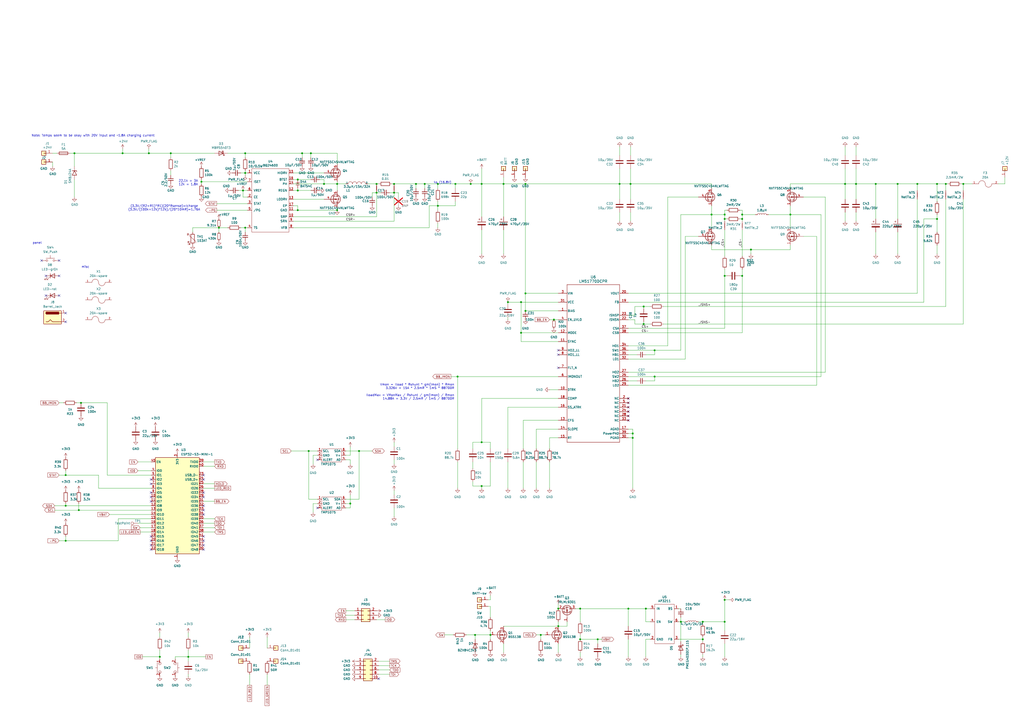
<source format=kicad_sch>
(kicad_sch (version 20250114) (generator "eeschema") (generator_version "9.0")
  (paper "A2")
  (text "Note: Temps seem to be okay with 20V input and ~1.8A charging current" (at 53.975 78.74 0) (effects (font (size 1.27 1.27))))
  (text "(3.3V/(R2+R1)*R1)(20*Rsense)=Icharge\n(3.3V/(100k+12k)*12k)/(20*10mR)=1.76A" (at 95.25 120.65 0) (effects (font (size 1.27 1.27))))
  (text "Vmon = Iload * Rshunt * gm(Imon) * Rmon\n3.326V = 15A * 2.5mR * 1mS * 88700R\n\nIloadMax = VMonMax / Rshunt / gm(Imon) / Rmon\n14.88A = 3.3V / 2.5mR / 1mS / 88700R" (at 263.525 227.33 0) (effects (font (size 1.27 1.27)) (justify right)))
  (text "panel" (at 21.59 140.97 0) (effects (font (size 1.27 1.27))))
  (text "misc" (at 49.53 154.94 0) (effects (font (size 1.27 1.27))))
  (text "22.1k = 3A\n12k = 1.8A" (at 109.22 106.045 0) (effects (font (size 1.27 1.27))))
  (text "4s (16.8V)" (at 251.46 106.68 0) (effects (font (size 1.27 1.27)) (justify left bottom)))
  (junction (at 116.84 105.41))
  (junction (at 412.75 124.46))
  (junction (at 364.49 353.06))
  (junction (at 218.44 111.76))
  (junction (at 254 106.68))
  (junction (at 172.72 110.49))
  (junction (at 142.24 100.33))
  (junction (at 323.85 363.22))
  (junction (at 228.6 106.68))
  (junction (at 336.55 353.06))
  (junction (at 543.56 127))
  (junction (at 323.85 353.06))
  (junction (at 279.4 106.68))
  (junction (at 71.12 88.9))
  (junction (at 420.37 160.02))
  (junction (at 195.58 121.92))
  (junction (at 180.34 88.9))
  (junction (at 46.99 233.68))
  (junction (at 430.53 160.02))
  (junction (at 284.48 368.3))
  (junction (at 203.2 292.1))
  (junction (at 302.26 175.26))
  (junction (at 490.22 106.68))
  (junction (at 520.7 106.68))
  (junction (at 38.1 275.59))
  (junction (at 420.37 124.46))
  (junction (at 218.44 106.68))
  (junction (at 407.67 370.84))
  (junction (at 374.65 353.06))
  (junction (at 187.96 106.68))
  (junction (at 302.26 193.04))
  (junction (at 45.72 295.91))
  (junction (at 142.24 132.08))
  (junction (at 420.37 347.98))
  (junction (at 373.38 177.8))
  (junction (at 430.53 124.46))
  (junction (at 496.57 106.68))
  (junction (at 275.59 368.3))
  (junction (at 365.76 106.68))
  (junction (at 292.1 106.68))
  (junction (at 420.37 360.68))
  (junction (at 304.8 180.34))
  (junction (at 99.06 88.9))
  (junction (at 208.28 261.62))
  (junction (at 38.1 293.37))
  (junction (at 435.61 144.78))
  (junction (at 38.1 313.69))
  (junction (at 43.18 88.9))
  (junction (at 241.3 106.68))
  (junction (at 373.38 187.96))
  (junction (at 379.73 203.2))
  (junction (at 394.97 360.68))
  (junction (at 294.64 175.26))
  (junction (at 420.37 127))
  (junction (at 127 132.08))
  (junction (at 304.8 170.18))
  (junction (at 264.16 106.68))
  (junction (at 172.72 121.92))
  (junction (at 254 119.38))
  (junction (at 407.67 360.68))
  (junction (at 458.47 124.46))
  (junction (at 140.97 110.49))
  (junction (at 265.43 218.44))
  (junction (at 313.69 368.3))
  (junction (at 109.22 381))
  (junction (at 430.53 127))
  (junction (at 304.8 106.68))
  (junction (at 279.4 256.54))
  (junction (at 508 106.68))
  (junction (at 246.38 106.68))
  (junction (at 142.24 88.9))
  (junction (at 346.71 370.84))
  (junction (at 228.6 111.76))
  (junction (at 179.07 261.62))
  (junction (at 172.72 104.14))
  (junction (at 175.26 88.9))
  (junction (at 279.4 281.94))
  (junction (at 367.03 251.46))
  (junction (at 92.71 381))
  (junction (at 336.55 370.84))
  (junction (at 379.73 218.44))
  (junction (at 86.36 88.9))
  (junction (at 543.56 106.68))
  (junction (at 273.05 106.68))
  (junction (at 359.41 106.68))
  (junction (at 195.58 106.68))
  (junction (at 321.31 185.42))
  (junction (at 558.8 106.68))
  (junction (at 532.13 106.68))
  (junction (at 548.64 106.68))
  (junction (at 367.03 254))
  (no_connect (at 34.29 171.45))
  (no_connect (at 34.29 160.02))
  (no_connect (at 364.49 231.14))
  (no_connect (at 38.1 186.69))
  (no_connect (at 118.11 278.13))
  (no_connect (at 184.15 294.64))
  (no_connect (at 87.63 290.83))
  (no_connect (at 323.85 203.2))
  (no_connect (at 24.13 151.13))
  (no_connect (at 364.49 243.84))
  (no_connect (at 118.11 275.59))
  (no_connect (at 323.85 213.36))
  (no_connect (at 87.63 288.29))
  (no_connect (at 118.11 293.37))
  (no_connect (at 323.85 205.74))
  (no_connect (at 364.49 236.22))
  (no_connect (at 87.63 285.75))
  (no_connect (at 219.71 393.7))
  (no_connect (at 87.63 313.69))
  (no_connect (at 34.29 151.13))
  (no_connect (at 26.67 171.45))
  (no_connect (at 118.11 311.15))
  (no_connect (at 26.67 160.02))
  (no_connect (at 364.49 233.68))
  (no_connect (at 87.63 318.77))
  (no_connect (at 184.15 266.7))
  (no_connect (at 87.63 316.23))
  (no_connect (at 87.63 311.15))
  (no_connect (at 118.11 285.75))
  (no_connect (at 364.49 238.76))
  (no_connect (at 87.63 280.67))
  (no_connect (at 364.49 241.3))
  (no_connect (at 87.63 278.13))
  (no_connect (at 38.1 181.61))
  (no_connect (at 118.11 318.77))
  (no_connect (at 118.11 288.29))
  (no_connect (at 118.11 316.23))
  (no_connect (at 118.11 295.91))
  (no_connect (at 118.11 298.45))
  (no_connect (at 118.11 313.69))
  (wire (pts (xy 279.4 106.68) (xy 292.1 106.68)))
  (wire (pts (xy 45.72 292.1) (xy 45.72 295.91)))
  (wire (pts (xy 476.25 218.44) (xy 476.25 124.46)))
  (wire (pts (xy 318.77 254) (xy 318.77 260.35)))
  (wire (pts (xy 219.71 391.16) (xy 226.06 391.16)))
  (wire (pts (xy 328.93 363.22) (xy 328.93 360.68)))
  (wire (pts (xy 109.22 377.19) (xy 109.22 381)))
  (wire (pts (xy 496.57 106.68) (xy 496.57 115.57)))
  (wire (pts (xy 302.26 198.12) (xy 323.85 198.12)))
  (wire (pts (xy 412.75 109.22) (xy 412.75 106.68)))
  (wire (pts (xy 496.57 123.19) (xy 496.57 128.27)))
  (wire (pts (xy 118.11 290.83) (xy 124.46 290.83)))
  (wire (pts (xy 144.78 391.16) (xy 144.78 397.51)))
  (wire (pts (xy 200.66 292.1) (xy 203.2 292.1)))
  (wire (pts (xy 359.41 123.19) (xy 359.41 128.27)))
  (wire (pts (xy 219.71 388.62) (xy 226.06 388.62)))
  (wire (pts (xy 195.58 105.41) (xy 195.58 106.68)))
  (wire (pts (xy 179.07 261.62) (xy 184.15 261.62)))
  (wire (pts (xy 241.3 106.68) (xy 246.38 106.68)))
  (wire (pts (xy 185.42 104.14) (xy 187.96 104.14)))
  (wire (pts (xy 200.66 264.16) (xy 203.2 264.16)))
  (wire (pts (xy 284.48 351.79) (xy 284.48 358.14)))
  (wire (pts (xy 139.7 100.33) (xy 142.24 100.33)))
  (wire (pts (xy 138.43 110.49) (xy 140.97 110.49)))
  (wire (pts (xy 284.48 347.98) (xy 284.48 345.44)))
  (wire (pts (xy 46.99 233.68) (xy 62.23 233.68)))
  (wire (pts (xy 116.84 105.41) (xy 143.51 105.41)))
  (wire (pts (xy 302.26 193.04) (xy 302.26 198.12)))
  (wire (pts (xy 364.49 200.66) (xy 387.35 200.66)))
  (wire (pts (xy 420.37 121.92) (xy 421.64 121.92)))
  (wire (pts (xy 346.71 373.38) (xy 346.71 370.84)))
  (wire (pts (xy 86.36 88.9) (xy 99.06 88.9)))
  (wire (pts (xy 180.34 88.9) (xy 175.26 88.9)))
  (wire (pts (xy 430.53 127) (xy 430.53 124.46)))
  (wire (pts (xy 368.3 185.42) (xy 368.3 187.96)))
  (wire (pts (xy 92.71 367.03) (xy 92.71 369.57)))
  (wire (pts (xy 412.75 144.78) (xy 435.61 144.78)))
  (wire (pts (xy 323.85 360.68) (xy 323.85 363.22)))
  (wire (pts (xy 430.53 193.04) (xy 430.53 160.02)))
  (wire (pts (xy 582.93 102.87) (xy 582.93 106.68)))
  (wire (pts (xy 367.03 248.92) (xy 367.03 251.46)))
  (wire (pts (xy 367.03 254) (xy 367.03 283.21)))
  (wire (pts (xy 142.24 132.08) (xy 143.51 132.08)))
  (wire (pts (xy 336.55 378.46) (xy 336.55 381)))
  (wire (pts (xy 175.26 88.9) (xy 142.24 88.9)))
  (wire (pts (xy 336.55 370.84) (xy 346.71 370.84)))
  (wire (pts (xy 43.18 88.9) (xy 71.12 88.9)))
  (wire (pts (xy 180.34 91.44) (xy 180.34 88.9)))
  (wire (pts (xy 127 134.62) (xy 127 132.08)))
  (wire (pts (xy 292.1 378.46) (xy 292.1 373.38)))
  (wire (pts (xy 109.22 381) (xy 119.38 381)))
  (wire (pts (xy 279.4 106.68) (xy 279.4 125.73)))
  (wire (pts (xy 435.61 147.32) (xy 435.61 144.78)))
  (wire (pts (xy 420.37 365.76) (xy 420.37 360.68)))
  (wire (pts (xy 359.41 90.17) (xy 359.41 85.09)))
  (wire (pts (xy 279.4 231.14) (xy 323.85 231.14)))
  (wire (pts (xy 218.44 111.76) (xy 215.9 111.76)))
  (wire (pts (xy 430.53 124.46) (xy 438.15 124.46)))
  (wire (pts (xy 228.6 266.7) (xy 228.6 269.24)))
  (wire (pts (xy 274.32 281.94) (xy 279.4 281.94)))
  (wire (pts (xy 359.41 106.68) (xy 365.76 106.68)))
  (wire (pts (xy 374.65 381) (xy 374.65 370.84)))
  (wire (pts (xy 71.12 86.36) (xy 71.12 88.9)))
  (wire (pts (xy 81.28 306.07) (xy 87.63 306.07)))
  (wire (pts (xy 170.18 115.57) (xy 187.96 115.57)))
  (wire (pts (xy 373.38 187.96) (xy 377.19 187.96)))
  (wire (pts (xy 323.85 254) (xy 318.77 254)))
  (wire (pts (xy 218.44 111.76) (xy 220.98 111.76)))
  (wire (pts (xy 374.65 353.06) (xy 374.65 360.68)))
  (wire (pts (xy 187.96 104.14) (xy 187.96 106.68)))
  (wire (pts (xy 535.94 127) (xy 535.94 175.26)))
  (wire (pts (xy 429.26 160.02) (xy 430.53 160.02)))
  (wire (pts (xy 228.6 106.68) (xy 241.3 106.68)))
  (wire (pts (xy 99.06 101.6) (xy 99.06 99.06)))
  (wire (pts (xy 364.49 170.18) (xy 532.13 170.18)))
  (wire (pts (xy 478.79 215.9) (xy 478.79 114.3)))
  (wire (pts (xy 490.22 106.68) (xy 496.57 106.68)))
  (wire (pts (xy 208.28 261.62) (xy 215.9 261.62)))
  (wire (pts (xy 364.49 223.52) (xy 473.71 223.52)))
  (wire (pts (xy 279.4 256.54) (xy 274.32 256.54)))
  (wire (pts (xy 203.2 287.02) (xy 203.2 292.1)))
  (wire (pts (xy 430.53 133.35) (xy 430.53 148.59)))
  (wire (pts (xy 273.05 106.68) (xy 279.4 106.68)))
  (wire (pts (xy 228.6 294.64) (xy 228.6 299.72)))
  (wire (pts (xy 203.2 269.24) (xy 203.2 266.7)))
  (wire (pts (xy 394.97 124.46) (xy 412.75 124.46)))
  (wire (pts (xy 118.11 267.97) (xy 124.46 267.97)))
  (wire (pts (xy 218.44 359.41) (xy 223.52 359.41)))
  (wire (pts (xy 109.22 391.16) (xy 109.22 392.43)))
  (wire (pts (xy 118.11 300.99) (xy 124.46 300.99)))
  (wire (pts (xy 373.38 186.69) (xy 373.38 187.96)))
  (wire (pts (xy 323.85 180.34) (xy 304.8 180.34)))
  (wire (pts (xy 420.37 133.35) (xy 420.37 148.59)))
  (wire (pts (xy 200.66 106.68) (xy 195.58 106.68)))
  (wire (pts (xy 200.66 356.87) (xy 205.74 356.87)))
  (wire (pts (xy 154.94 369.57) (xy 154.94 375.92)))
  (wire (pts (xy 490.22 123.19) (xy 490.22 128.27)))
  (wire (pts (xy 420.37 381) (xy 420.37 373.38)))
  (wire (pts (xy 219.71 106.68) (xy 218.44 106.68)))
  (wire (pts (xy 38.1 273.05) (xy 38.1 275.59)))
  (wire (pts (xy 172.72 121.92) (xy 195.58 121.92)))
  (wire (pts (xy 473.71 223.52) (xy 473.71 137.16)))
  (wire (pts (xy 294.64 176.53) (xy 294.64 175.26)))
  (wire (pts (xy 313.69 368.3) (xy 316.23 368.3)))
  (wire (pts (xy 30.48 88.9) (xy 33.02 88.9)))
  (wire (pts (xy 187.96 106.68) (xy 195.58 106.68)))
  (wire (pts (xy 364.49 185.42) (xy 368.3 185.42)))
  (wire (pts (xy 384.81 187.96) (xy 558.8 187.96)))
  (wire (pts (xy 142.24 91.44) (xy 142.24 88.9)))
  (wire (pts (xy 40.64 88.9) (xy 43.18 88.9)))
  (wire (pts (xy 265.43 267.97) (xy 265.43 283.21)))
  (wire (pts (xy 323.85 185.42) (xy 321.31 185.42)))
  (wire (pts (xy 294.64 184.15) (xy 294.64 185.42)))
  (wire (pts (xy 490.22 106.68) (xy 490.22 97.79)))
  (wire (pts (xy 412.75 119.38) (xy 412.75 124.46)))
  (wire (pts (xy 458.47 144.78) (xy 458.47 142.24)))
  (wire (pts (xy 294.64 283.21) (xy 294.64 267.97)))
  (wire (pts (xy 302.26 175.26) (xy 302.26 193.04)))
  (wire (pts (xy 275.59 368.3) (xy 284.48 368.3)))
  (wire (pts (xy 219.71 386.08) (xy 226.06 386.08)))
  (wire (pts (xy 558.8 106.68) (xy 558.8 110.49)))
  (wire (pts (xy 257.81 368.3) (xy 262.89 368.3)))
  (wire (pts (xy 420.37 360.68) (xy 407.67 360.68)))
  (wire (pts (xy 420.37 121.92) (xy 420.37 124.46)))
  (wire (pts (xy 254 132.08) (xy 254 129.54)))
  (wire (pts (xy 420.37 127) (xy 420.37 124.46)))
  (wire (pts (xy 346.71 370.84) (xy 349.25 370.84)))
  (wire (pts (xy 195.58 88.9) (xy 180.34 88.9)))
  (wire (pts (xy 365.76 106.68) (xy 412.75 106.68)))
  (wire (pts (xy 284.48 370.84) (xy 284.48 368.3)))
  (wire (pts (xy 274.32 267.97) (xy 274.32 271.78)))
  (wire (pts (xy 179.07 289.56) (xy 184.15 289.56)))
  (wire (pts (xy 420.37 347.98) (xy 420.37 360.68)))
  (wire (pts (xy 254 106.68) (xy 254 109.22)))
  (wire (pts (xy 394.97 360.68) (xy 397.51 360.68)))
  (wire (pts (xy 248.92 132.08) (xy 170.18 132.08)))
  (wire (pts (xy 228.6 284.48) (xy 228.6 287.02)))
  (wire (pts (xy 228.6 128.27) (xy 170.18 128.27)))
  (wire (pts (xy 140.97 114.3) (xy 143.51 114.3)))
  (wire (pts (xy 200.66 261.62) (xy 208.28 261.62)))
  (wire (pts (xy 279.4 281.94) (xy 284.48 281.94)))
  (wire (pts (xy 172.72 104.14) (xy 170.18 104.14)))
  (wire (pts (xy 109.22 381) (xy 101.6 381)))
  (wire (pts (xy 44.45 233.68) (xy 46.99 233.68)))
  (wire (pts (xy 132.08 132.08) (xy 127 132.08)))
  (wire (pts (xy 364.49 203.2) (xy 379.73 203.2)))
  (wire (pts (xy 80.01 303.53) (xy 87.63 303.53)))
  (wire (pts (xy 118.11 270.51) (xy 124.46 270.51)))
  (wire (pts (xy 181.61 264.16) (xy 181.61 269.24)))
  (wire (pts (xy 458.47 124.46) (xy 458.47 119.38)))
  (wire (pts (xy 170.18 100.33) (xy 187.96 100.33)))
  (wire (pts (xy 63.5 298.45) (xy 87.63 298.45)))
  (wire (pts (xy 397.51 208.28) (xy 397.51 137.16)))
  (wire (pts (xy 367.03 251.46) (xy 367.03 254)))
  (wire (pts (xy 368.3 182.88) (xy 368.3 177.8)))
  (wire (pts (xy 264.16 106.68) (xy 273.05 106.68)))
  (wire (pts (xy 364.49 353.06) (xy 374.65 353.06)))
  (wire (pts (xy 336.55 368.3) (xy 336.55 370.84)))
  (wire (pts (xy 125.73 118.11) (xy 143.51 118.11)))
  (wire (pts (xy 496.57 90.17) (xy 496.57 85.09)))
  (wire (pts (xy 208.28 261.62) (xy 208.28 289.56)))
  (wire (pts (xy 407.67 381) (xy 407.67 379.73)))
  (wire (pts (xy 43.18 114.3) (xy 43.18 104.14)))
  (wire (pts (xy 558.8 106.68) (xy 563.88 106.68)))
  (wire (pts (xy 38.1 275.59) (xy 34.29 275.59)))
  (wire (pts (xy 387.35 114.3) (xy 405.13 114.3)))
  (wire (pts (xy 318.77 267.97) (xy 318.77 283.21)))
  (wire (pts (xy 473.71 137.16) (xy 466.09 137.16)))
  (wire (pts (xy 111.76 132.08) (xy 127 132.08)))
  (wire (pts (xy 548.64 177.8) (xy 384.81 177.8)))
  (wire (pts (xy 532.13 106.68) (xy 543.56 106.68)))
  (wire (pts (xy 45.72 295.91) (xy 87.63 295.91)))
  (wire (pts (xy 231.14 111.76) (xy 228.6 111.76)))
  (wire (pts (xy 140.97 110.49) (xy 140.97 114.3)))
  (wire (pts (xy 254 119.38) (xy 254 121.92)))
  (wire (pts (xy 458.47 109.22) (xy 458.47 106.68)))
  (wire (pts (xy 228.6 256.54) (xy 228.6 259.08)))
  (wire (pts (xy 172.72 110.49) (xy 172.72 109.22)))
  (wire (pts (xy 43.18 96.52) (xy 43.18 88.9)))
  (wire (pts (xy 430.53 127) (xy 430.53 128.27)))
  (wire (pts (xy 490.22 90.17) (xy 490.22 85.09)))
  (wire (pts (xy 294.64 175.26) (xy 302.26 175.26)))
  (wire (pts (xy 508 106.68) (xy 508 127)))
  (wire (pts (xy 318.77 185.42) (xy 321.31 185.42)))
  (wire (pts (xy 200.66 294.64) (xy 203.2 294.64)))
  (wire (pts (xy 142.24 100.33) (xy 143.51 100.33)))
  (wire (pts (xy 520.7 106.68) (xy 532.13 106.68)))
  (wire (pts (xy 38.1 311.15) (xy 38.1 313.69)))
  (wire (pts (xy 543.56 127) (xy 535.94 127)))
  (wire (pts (xy 379.73 220.98) (xy 379.73 218.44)))
  (wire (pts (xy 109.22 367.03) (xy 109.22 369.57)))
  (wire (pts (xy 142.24 134.62) (xy 142.24 132.08)))
  (wire (pts (xy 195.58 95.25) (xy 195.58 88.9)))
  (wire (pts (xy 394.97 203.2) (xy 394.97 124.46)))
  (wire (pts (xy 181.61 292.1) (xy 181.61 297.18)))
  (wire (pts (xy 62.23 233.68) (xy 62.23 275.59)))
  (wire (pts (xy 422.91 347.98) (xy 420.37 347.98)))
  (wire (pts (xy 430.53 160.02) (xy 430.53 156.21)))
  (wire (pts (xy 172.72 104.14) (xy 180.34 104.14)))
  (wire (pts (xy 373.38 177.8) (xy 373.38 179.07)))
  (wire (pts (xy 458.47 124.46) (xy 458.47 132.08)))
  (wire (pts (xy 364.49 220.98) (xy 369.57 220.98)))
  (wire (pts (xy 304.8 106.68) (xy 359.41 106.68)))
  (wire (pts (xy 195.58 120.65) (xy 195.58 121.92)))
  (wire (pts (xy 68.58 300.99) (xy 87.63 300.99)))
  (wire (pts (xy 254 106.68) (xy 264.16 106.68)))
  (wire (pts (xy 124.46 88.9) (xy 99.06 88.9)))
  (wire (pts (xy 170.18 119.38) (xy 172.72 119.38)))
  (wire (pts (xy 323.85 363.22) (xy 328.93 363.22)))
  (wire (pts (xy 364.49 182.88) (xy 368.3 182.88)))
  (wire (pts (xy 31.75 295.91) (xy 45.72 295.91)))
  (wire (pts (xy 82.55 381) (xy 92.71 381)))
  (wire (pts (xy 144.78 369.57) (xy 144.78 375.92)))
  (wire (pts (xy 283.21 351.79) (xy 284.48 351.79)))
  (wire (pts (xy 311.15 248.92) (xy 311.15 260.35)))
  (wire (pts (xy 394.97 358.14) (xy 394.97 360.68)))
  (wire (pts (xy 142.24 100.33) (xy 142.24 101.6)))
  (wire (pts (xy 279.4 133.35) (xy 279.4 147.32)))
  (wire (pts (xy 364.49 193.04) (xy 430.53 193.04)))
  (wire (pts (xy 374.65 353.06) (xy 377.19 353.06)))
  (wire (pts (xy 246.38 106.68) (xy 254 106.68)))
  (wire (pts (xy 313.69 370.84) (xy 313.69 368.3)))
  (wire (pts (xy 535.94 175.26) (xy 364.49 175.26)))
  (wire (pts (xy 254 119.38) (xy 248.92 119.38)))
  (wire (pts (xy 241.3 106.68) (xy 241.3 109.22)))
  (wire (pts (xy 116.84 106.68) (xy 116.84 105.41)))
  (wire (pts (xy 420.37 160.02) (xy 421.64 160.02)))
  (wire (pts (xy 323.85 350.52) (xy 323.85 353.06)))
  (wire (pts (xy 393.7 353.06) (xy 394.97 353.06)))
  (wire (pts (xy 374.65 220.98) (xy 379.73 220.98)))
  (wire (pts (xy 557.53 106.68) (xy 558.8 106.68)))
  (wire (pts (xy 311.15 267.97) (xy 311.15 283.21)))
  (wire (pts (xy 118.11 303.53) (xy 124.46 303.53)))
  (wire (pts (xy 279.4 97.79) (xy 279.4 106.68)))
  (wire (pts (xy 365.76 90.17) (xy 365.76 85.09)))
  (wire (pts (xy 248.92 119.38) (xy 248.92 132.08)))
  (wire (pts (xy 228.6 111.76) (xy 228.6 128.27)))
  (wire (pts (xy 323.85 236.22) (xy 294.64 236.22)))
  (wire (pts (xy 374.65 370.84) (xy 377.19 370.84)))
  (wire (pts (xy 109.22 381) (xy 109.22 383.54)))
  (wire (pts (xy 118.11 306.07) (xy 124.46 306.07)))
  (wire (pts (xy 412.75 124.46) (xy 412.75 132.08)))
  (wire (pts (xy 57.15 275.59) (xy 57.15 283.21)))
  (wire (pts (xy 365.76 123.19) (xy 365.76 128.27)))
  (wire (pts (xy 323.85 218.44) (xy 265.43 218.44)))
  (wire (pts (xy 334.01 353.06) (xy 336.55 353.06)))
  (wire (pts (xy 558.8 115.57) (xy 558.8 187.96)))
  (wire (pts (xy 34.29 233.68) (xy 36.83 233.68)))
  (wire (pts (xy 31.75 293.37) (xy 38.1 293.37)))
  (wire (pts (xy 379.73 205.74) (xy 379.73 203.2)))
  (wire (pts (xy 323.85 175.26) (xy 302.26 175.26)))
  (wire (pts (xy 364.49 363.22) (xy 364.49 353.06)))
  (wire (pts (xy 200.66 359.41) (xy 205.74 359.41)))
  (wire (pts (xy 303.53 243.84) (xy 303.53 260.35)))
  (wire (pts (xy 302.26 193.04) (xy 323.85 193.04)))
  (wire (pts (xy 365.76 106.68) (xy 365.76 97.79)))
  (wire (pts (xy 283.21 347.98) (xy 284.48 347.98)))
  (wire (pts (xy 490.22 106.68) (xy 490.22 115.57)))
  (wire (pts (xy 111.76 132.08) (xy 111.76 134.62)))
  (wire (pts (xy 445.77 124.46) (xy 458.47 124.46)))
  (wire (pts (xy 175.26 91.44) (xy 175.26 88.9)))
  (wire (pts (xy 478.79 114.3) (xy 466.09 114.3)))
  (wire (pts (xy 364.49 215.9) (xy 478.79 215.9)))
  (wire (pts (xy 170.18 106.68) (xy 187.96 106.68)))
  (wire (pts (xy 279.4 256.54) (xy 279.4 231.14)))
  (wire (pts (xy 368.3 177.8) (xy 373.38 177.8)))
  (wire (pts (xy 200.66 289.56) (xy 208.28 289.56)))
  (wire (pts (xy 213.36 106.68) (xy 218.44 106.68)))
  (wire (pts (xy 265.43 218.44) (xy 265.43 260.35)))
  (wire (pts (xy 582.93 106.68) (xy 579.12 106.68)))
  (wire (pts (xy 57.15 283.21) (xy 87.63 283.21)))
  (wire (pts (xy 548.64 106.68) (xy 548.64 110.49)))
  (wire (pts (xy 292.1 133.35) (xy 292.1 147.32)))
  (wire (pts (xy 86.36 86.36) (xy 86.36 88.9)))
  (wire (pts (xy 364.49 208.28) (xy 397.51 208.28)))
  (wire (pts (xy 435.61 144.78) (xy 458.47 144.78)))
  (wire (pts (xy 412.75 124.46) (xy 420.37 124.46)))
  (wire (pts (xy 184.15 264.16) (xy 181.61 264.16)))
  (wire (pts (xy 304.8 170.18) (xy 304.8 106.68)))
  (wire (pts (xy 284.48 260.35) (xy 284.48 256.54)))
  (wire (pts (xy 38.1 313.69) (xy 34.29 313.69)))
  (wire (pts (xy 364.49 218.44) (xy 379.73 218.44)))
  (wire (pts (xy 336.55 353.06) (xy 364.49 353.06)))
  (wire (pts (xy 407.67 370.84) (xy 407.67 372.11)))
  (wire (pts (xy 101.6 381) (xy 101.6 382.27)))
  (wire (pts (xy 203.2 292.1) (xy 203.2 294.64)))
  (wire (pts (xy 323.85 243.84) (xy 303.53 243.84)))
  (wire (pts (xy 393.7 370.84) (xy 407.67 370.84)))
  (wire (pts (xy 170.18 121.92) (xy 172.72 121.92)))
  (wire (pts (xy 364.49 205.74) (xy 369.57 205.74)))
  (wire (pts (xy 99.06 91.44) (xy 99.06 88.9)))
  (wire (pts (xy 203.2 264.16) (xy 203.2 259.08)))
  (wire (pts (xy 92.71 381) (xy 92.71 382.27)))
  (wire (pts (xy 520.7 134.62) (xy 520.7 147.32)))
  (wire (pts (xy 71.12 88.9) (xy 86.36 88.9)))
  (wire (pts (xy 412.75 142.24) (xy 412.75 144.78)))
  (wire (pts (xy 496.57 106.68) (xy 508 106.68)))
  (wire (pts (xy 359.41 106.68) (xy 359.41 115.57)))
  (wire (pts (xy 143.51 110.49) (xy 140.97 110.49)))
  (wire (pts (xy 38.1 275.59) (xy 57.15 275.59)))
  (wire (pts (xy 379.73 203.2) (xy 394.97 203.2)))
  (wire (pts (xy 532.13 115.57) (xy 532.13 170.18)))
  (wire (pts (xy 429.26 127) (xy 430.53 127)))
  (wire (pts (xy 543.56 142.24) (xy 543.56 147.32)))
  (wire (pts (xy 118.11 283.21) (xy 124.46 283.21)))
  (wire (pts (xy 200.66 266.7) (xy 203.2 266.7)))
  (wire (pts (xy 532.13 106.68) (xy 532.13 110.49)))
  (wire (pts (xy 179.07 261.62) (xy 179.07 289.56)))
  (wire (pts (xy 246.38 106.68) (xy 246.38 109.22)))
  (wire (pts (xy 172.72 119.38) (xy 172.72 121.92)))
  (wire (pts (xy 420.37 190.5) (xy 420.37 160.02)))
  (wire (pts (xy 364.49 248.92) (xy 367.03 248.92)))
  (wire (pts (xy 364.49 254) (xy 367.03 254)))
  (wire (pts (xy 275.59 370.84) (xy 275.59 368.3)))
  (wire (pts (xy 394.97 381) (xy 394.97 379.73)))
  (wire (pts (xy 379.73 218.44) (xy 476.25 218.44)))
  (wire (pts (xy 227.33 106.68) (xy 228.6 106.68)))
  (wire (pts (xy 292.1 106.68) (xy 292.1 125.73)))
  (wire (pts (xy 336.55 353.06) (xy 336.55 360.68)))
  (wire (pts (xy 195.58 110.49) (xy 195.58 106.68)))
  (wire (pts (xy 264.16 116.84) (xy 264.16 119.38)))
  (wire (pts (xy 38.1 292.1) (xy 38.1 293.37)))
  (wire (pts (xy 38.1 313.69) (xy 68.58 313.69)))
  (wire (pts (xy 80.01 273.05) (xy 87.63 273.05)))
  (wire (pts (xy 407.67 361.95) (xy 407.67 360.68)))
  (wire (pts (xy 548.64 106.68) (xy 549.91 106.68)))
  (wire (pts (xy 274.32 256.54) (xy 274.32 260.35)))
  (wire (pts (xy 172.72 110.49) (xy 180.34 110.49)))
  (wire (pts (xy 270.51 368.3) (xy 275.59 368.3)))
  (wire (pts (xy 323.85 248.92) (xy 311.15 248.92)))
  (wire (pts (xy 279.4 281.94) (xy 279.4 283.21)))
  (wire (pts (xy 168.91 261.62) (xy 179.07 261.62)))
  (wire (pts (xy 261.62 218.44) (xy 265.43 218.44)))
  (wire (pts (xy 68.58 313.69) (xy 68.58 300.99)))
  (wire (pts (xy 374.65 205.74) (xy 379.73 205.74)))
  (wire (pts (xy 387.35 200.66) (xy 387.35 114.3)))
  (wire (pts (xy 476.25 124.46) (xy 458.47 124.46)))
  (wire (pts (xy 543.56 124.46) (xy 543.56 127)))
  (wire (pts (xy 407.67 360.68) (xy 405.13 360.68)))
  (wire (pts (xy 508 106.68) (xy 520.7 106.68)))
  (wire (pts (xy 420.37 127) (xy 420.37 128.27)))
  (wire (pts (xy 38.1 293.37) (xy 87.63 293.37)))
  (wire (pts (xy 284.48 281.94) (xy 284.48 267.97)))
  (wire (pts (xy 218.44 111.76) (xy 218.44 125.73)))
  (wire (pts (xy 231.14 111.76) (xy 231.14 114.3)))
  (wire (pts (xy 520.7 106.68) (xy 520.7 127)))
  (wire (pts (xy 318.77 226.06) (xy 323.85 226.06)))
  (wire (pts (xy 377.19 177.8) (xy 373.38 177.8)))
  (wire (pts (xy 458.47 106.68) (xy 490.22 106.68)))
  (wire (pts (xy 543.56 106.68) (xy 548.64 106.68)))
  (wire (pts (xy 264.16 119.38) (xy 254 119.38)))
  (wire (pts (xy 407.67 369.57) (xy 407.67 370.84)))
  (wire (pts (xy 543.56 106.68) (xy 543.56 116.84)))
  (wire (pts (xy 184.15 292.1) (xy 181.61 292.1)))
  (wire (pts (xy 154.94 391.16) (xy 154.94 397.51)))
  (wire (pts (xy 359.41 106.68) (xy 359.41 97.79)))
  (wire (pts (xy 170.18 110.49) (xy 172.72 110.49)))
  (wire (pts (xy 304.8 180.34) (xy 304.8 170.18)))
  (wire (pts (xy 421.64 127) (xy 420.37 127)))
  (wire (pts (xy 364.49 190.5) (xy 420.37 190.5)))
  (wire (pts (xy 430.53 121.92) (xy 429.26 121.92)))
  (wire (pts (xy 118.11 280.67) (xy 124.46 280.67)))
  (wire (pts (xy 394.97 360.68) (xy 394.97 372.11)))
  (wire (pts (xy 80.01 267.97) (xy 87.63 267.97)))
  (wire (pts (xy 81.28 308.61) (xy 87.63 308.61)))
  (wire (pts (xy 393.7 360.68) (xy 394.97 360.68)))
  (wire (pts (xy 215.9 111.76) (xy 215.9 114.3)))
  (wire (pts (xy 365.76 106.68) (xy 365.76 115.57)))
  (wire (pts (xy 284.48 365.76) (xy 284.48 368.3)))
  (wire (pts (xy 264.16 106.68) (xy 264.16 109.22)))
  (wire (pts (xy 284.48 256.54) (xy 279.4 256.54)))
  (wire (pts (xy 139.7 132.08) (xy 142.24 132.08)))
  (wire (pts (xy 292.1 106.68) (xy 304.8 106.68)))
  (wire (pts (xy 543.56 127) (xy 543.56 134.62)))
  (wire (pts (xy 508 134.62) (xy 508 147.32)))
  (wire (pts (xy 323.85 170.18) (xy 304.8 170.18)))
  (wire (pts (xy 374.65 360.68) (xy 377.19 360.68)))
  (wire (pts (xy 548.64 115.57) (xy 548.64 177.8)))
  (wire (pts (xy 274.32 279.4) (xy 274.32 281.94)))
  (wire (pts (xy 200.66 354.33) (xy 205.74 354.33)))
  (wire (pts (xy 364.49 251.46) (xy 367.03 251.46)))
  (wire (pts (xy 219.71 383.54) (xy 226.06 383.54)))
  (wire (pts (xy 303.53 283.21) (xy 303.53 267.97)))
  (wire (pts (xy 311.15 368.3) (xy 313.69 368.3)))
  (wire (pts (xy 364.49 381) (xy 364.49 370.84)))
  (wire (pts (xy 92.71 377.19) (xy 92.71 381)))
  (wire (pts (xy 323.85 378.46) (xy 323.85 373.38)))
  (wire (pts (xy 226.06 111.76) (xy 228.6 111.76)))
  (wire (pts (xy 397.51 137.16) (xy 405.13 137.16)))
  (wire (pts (xy 496.57 106.68) (xy 496.57 97.79)))
  (wire (pts (xy 368.3 187.96) (xy 373.38 187.96)))
  (wire (pts (xy 292.1 102.87) (xy 292.1 106.68)))
  (wire (pts (xy 420.37 156.21) (xy 420.37 160.02)))
  (wire (pts (xy 254 116.84) (xy 254 119.38)))
  (wire (pts (xy 292.1 363.22) (xy 323.85 363.22)))
  (wire (pts (xy 142.24 99.06) (xy 142.24 100.33)))
  (wire (pts (xy 118.11 308.61) (xy 124.46 308.61)))
  (wire (pts (xy 30.48 93.98) (xy 30.48 96.52)))
  (wire (pts (xy 62.23 275.59) (xy 87.63 275.59)))
  (wire (pts (xy 116.84 105.41) (xy 116.84 104.14)))
  (wire (pts (xy 125.73 121.92) (xy 143.51 121.92)))
  (wire (pts (xy 430.53 121.92) (xy 430.53 124.46)))
  (wire (pts (xy 294.64 236.22) (xy 294.64 260.35)))
  (wire (pts (xy 218.44 125.73) (xy 170.18 125.73)))
  (wire (pts (xy 132.08 88.9) (xy 142.24 88.9)))
  (label "CSR+" (at 200.66 125.73 0))
  (label "_ISNS+" (at 405.13 177.8 0))
  (label "CSR-" (at 200.66 128.27 0))
  (label "CS+" (at 372.11 190.5 0))
  (label "_ISNS-" (at 405.13 187.96 0))
  (label "_CS-" (at 430.53 143.51 90))
  (label "_CS+" (at 420.37 143.51 90))
  (label "CS-" (at 372.11 193.04 0))
  (global_label "BB_IMON" (shape output) (at 261.62 218.44 180) (property "Intersheetrefs" "${INTERSHEET_REFS}" (effects (hide yes))))
  (global_label "TMS" (shape input) (at 124.46 308.61 0) (property "Intersheetrefs" "${INTERSHEET_REFS}" (effects (hide yes))))
  (global_label "VBAT" (shape input) (at 63.5 298.45 180) (property "Intersheetrefs" "${INTERSHEET_REFS}" (effects (hide yes))))
  (global_label "TMS" (shape output) (at 226.06 383.54 0) (property "Intersheetrefs" "${INTERSHEET_REFS}" (effects (hide yes))))
  (global_label "TCK" (shape output) (at 226.06 386.08 0) (property "Intersheetrefs" "${INTERSHEET_REFS}" (effects (hide yes))))
  (global_label "IO0" (shape output) (at 223.52 359.41 0) (property "Intersheetrefs" "${INTERSHEET_REFS}" (effects (hide yes))))
  (global_label "TDO" (shape input) (at 226.06 388.62 0) (property "Intersheetrefs" "${INTERSHEET_REFS}" (effects (hide yes))))
  (global_label "TDO" (shape output) (at 124.46 303.53 0) (property "Intersheetrefs" "${INTERSHEET_REFS}" (effects (hide yes))))
  (global_label "EN" (shape passive) (at 119.38 381 0) (property "Intersheetrefs" "${INTERSHEET_REFS}" (effects (hide yes))))
  (global_label "STAT" (shape input) (at 34.29 275.59 180) (property "Intersheetrefs" "${INTERSHEET_REFS}" (effects (hide yes))))
  (global_label "RXD" (shape output) (at 200.66 359.41 180) (property "Intersheetrefs" "${INTERSHEET_REFS}" (effects (hide yes))))
  (global_label "IO0" (shape passive) (at 82.55 381 180) (property "Intersheetrefs" "${INTERSHEET_REFS}" (effects (hide yes))))
  (global_label "TCK" (shape input) (at 124.46 300.99 0) (property "Intersheetrefs" "${INTERSHEET_REFS}" (effects (hide yes))))
  (global_label "-PG" (shape input) (at 34.29 313.69 180) (property "Intersheetrefs" "${INTERSHEET_REFS}" (effects (hide yes))))
  (global_label "TXD" (shape output) (at 124.46 267.97 0) (property "Intersheetrefs" "${INTERSHEET_REFS}" (effects (hide yes))))
  (global_label "SDA" (shape bidirectional) (at 215.9 261.62 0) (property "Intersheetrefs" "${INTERSHEET_REFS}" (effects (hide yes))))
  (global_label "VBAT" (shape output) (at 349.25 370.84 0) (property "Intersheetrefs" "${INTERSHEET_REFS}" (effects (hide yes))))
  (global_label "STAT" (shape output) (at 125.73 118.11 180) (property "Intersheetrefs" "${INTERSHEET_REFS}" (effects (hide yes))))
  (global_label "EN" (shape output) (at 200.66 354.33 180) (property "Intersheetrefs" "${INTERSHEET_REFS}" (effects (hide yes))))
  (global_label "TDI" (shape output) (at 226.06 391.16 0) (property "Intersheetrefs" "${INTERSHEET_REFS}" (effects (hide yes))))
  (global_label "SW" (shape output) (at 257.81 368.3 180) (property "Intersheetrefs" "${INTERSHEET_REFS}" (effects (hide yes))))
  (global_label "LED_GREEN" (shape passive) (at 154.94 397.51 270) (property "Intersheetrefs" "${INTERSHEET_REFS}" (effects (hide yes))))
  (global_label "BB_EN" (shape output) (at 124.46 290.83 0) (property "Intersheetrefs" "${INTERSHEET_REFS}" (effects (hide yes))))
  (global_label "LED_GREEN" (shape passive) (at 81.28 308.61 180) (property "Intersheetrefs" "${INTERSHEET_REFS}" (effects (hide yes))))
  (global_label "EN" (shape input) (at 80.01 267.97 180) (property "Intersheetrefs" "${INTERSHEET_REFS}" (effects (hide yes))))
  (global_label "LED_RED" (shape passive) (at 144.78 397.51 270) (property "Intersheetrefs" "${INTERSHEET_REFS}" (effects (hide yes))))
  (global_label "SCL" (shape output) (at 31.75 295.91 180) (property "Intersheetrefs" "${INTERSHEET_REFS}" (effects (hide yes))))
  (global_label "TXD" (shape input) (at 200.66 356.87 180) (property "Intersheetrefs" "${INTERSHEET_REFS}" (effects (hide yes))))
  (global_label "IO0" (shape input) (at 80.01 273.05 180) (property "Intersheetrefs" "${INTERSHEET_REFS}" (effects (hide yes))))
  (global_label "BB_EN" (shape input) (at 318.77 185.42 180) (property "Intersheetrefs" "${INTERSHEET_REFS}" (effects (hide yes))))
  (global_label "-PG" (shape output) (at 125.73 121.92 180) (property "Intersheetrefs" "${INTERSHEET_REFS}" (effects (hide yes))))
  (global_label "LED_RED" (shape passive) (at 124.46 283.21 0) (property "Intersheetrefs" "${INTERSHEET_REFS}" (effects (hide yes))))
  (global_label "SCL" (shape input) (at 168.91 261.62 180) (property "Intersheetrefs" "${INTERSHEET_REFS}" (effects (hide yes))))
  (global_label "SDA" (shape bidirectional) (at 31.75 293.37 180) (property "Intersheetrefs" "${INTERSHEET_REFS}" (effects (hide yes))))
  (global_label "BB_IMON" (shape input) (at 34.29 233.68 180) (property "Intersheetrefs" "${INTERSHEET_REFS}" (effects (hide yes))))
  (global_label "HOLD" (shape output) (at 124.46 280.67 0) (property "Intersheetrefs" "${INTERSHEET_REFS}" (effects (hide yes))))
  (global_label "HOLD" (shape input) (at 311.15 368.3 180) (property "Intersheetrefs" "${INTERSHEET_REFS}" (effects (hide yes))))
  (global_label "SW" (shape input) (at 81.28 306.07 180) (property "Intersheetrefs" "${INTERSHEET_REFS}" (effects (hide yes))))
  (global_label "TDI" (shape input) (at 124.46 306.07 0) (property "Intersheetrefs" "${INTERSHEET_REFS}" (effects (hide yes))))
  (global_label "RXD" (shape input) (at 124.46 270.51 0) (property "Intersheetrefs" "${INTERSHEET_REFS}" (effects (hide yes))))
  (symbol (lib_id "pferdibank-rescue:AP3211-mylib") (at 386.08 360.68 0) (unit 1)
    (property "Reference" "U5" (at 385.445 346.329 0))
    (property "Value" "AP3211" (at 385.445 348.6404 0))
    (property "Footprint" "Package_TO_SOT_SMD:SOT-23-6" (effects (hide yes)))
  )
  (symbol (lib_id "Device:C") (at 364.49 367.03 0) (unit 1)
    (property "Reference" "C15" (at 367.411 365.8616 0) (effects (justify left)))
    (property "Value" "10µF/50V" (at 367.411 368.173 0) (effects (justify left)))
    (property "Footprint" "Capacitor_SMD:C_1206_3216Metric" (effects (hide yes)))
  )
  (symbol (lib_id "pferdibank-rescue:GND-power") (at 364.49 381 0) (unit 1)
    (property "Reference" "#PWR041" (effects (hide yes)))
    (property "Value" "GND" (at 364.617 385.3942 0))
  )
  (symbol (lib_id "pferdibank-rescue:GND-power") (at 374.65 381 0) (unit 1)
    (property "Reference" "#PWR042" (effects (hide yes)))
    (property "Value" "GND" (at 374.777 385.3942 0))
  )
  (symbol (lib_id "Device:C_Small") (at 394.97 355.6 0) (unit 1)
    (property "Reference" "C18" (at 397.51 353.06 0) (effects (justify left)))
    (property "Value" "10n/50V" (at 397.51 350.52 0) (effects (justify left)))
    (property "Footprint" "Capacitor_SMD:C_0805_2012Metric" (effects (hide yes)))
    (property "Distributor" "D" (effects (hide yes)))
    (property "Manufacturer" "GRM2195C1H103JA01D" (effects (hide yes)))
    (property "OrderNr" "490-1642-1-ND" (effects (hide yes)))
  )
  (symbol (lib_id "Device:L") (at 401.32 360.68 90) (unit 1)
    (property "Reference" "L2" (at 400.05 364.49 90))
    (property "Value" "4.7µH/2A/3A" (at 401.32 361.95 90))
    (property "Footprint" "Inductor_SMD:L_Taiyo-Yuden_NR-50xx" (effects (hide yes)))
    (property "Distributor" "D" (effects (hide yes)))
    (property "Manufacturer" "LQH5BPN4R7NT0L" (effects (hide yes)))
    (property "OrderNr" "490-7779-1-ND" (effects (hide yes)))
  )
  (symbol (lib_id "Device:R") (at 407.67 365.76 0) (unit 1)
    (property "Reference" "R16" (at 409.448 364.5916 0) (effects (justify left)))
    (property "Value" "49,9k" (at 409.448 366.903 0) (effects (justify left)))
    (property "Footprint" "Resistor_SMD:R_0805_2012Metric" (effects (hide yes)))
  )
  (symbol (lib_id "Device:R") (at 407.67 375.92 0) (unit 1)
    (property "Reference" "R17" (at 409.448 374.7516 0) (effects (justify left)))
    (property "Value" "16.2k" (at 409.448 377.063 0) (effects (justify left)))
    (property "Footprint" "Resistor_SMD:R_0805_2012Metric" (effects (hide yes)))
  )
  (symbol (lib_id "pferdibank-rescue:GND-power") (at 407.67 381 0) (unit 1)
    (property "Reference" "#PWR053" (effects (hide yes)))
    (property "Value" "GND" (at 407.797 385.3942 0))
  )
  (symbol (lib_id "Device:D_Schottky") (at 394.97 375.92 270) (unit 1)
    (property "Reference" "D5" (at 389.4836 375.92 0))
    (property "Value" "PMEG4030EP,115" (at 398.78 379.73 0))
    (property "Footprint" "Diode_SMD:D_SOD-128" (effects (hide yes)))
  )
  (symbol (lib_id "pferdibank-rescue:GND-power") (at 394.97 381 0) (unit 1)
    (property "Reference" "#PWR051" (effects (hide yes)))
    (property "Value" "GND" (at 395.097 385.3942 0))
  )
  (symbol (lib_id "Device:C") (at 420.37 369.57 0) (unit 1)
    (property "Reference" "C22" (at 423.291 368.4016 0) (effects (justify left)))
    (property "Value" "22µ/16V" (at 423.291 370.713 0) (effects (justify left)))
    (property "Footprint" "Capacitor_SMD:C_1206_3216Metric" (effects (hide yes)))
  )
  (symbol (lib_id "pferdibank-rescue:GND-power") (at 420.37 381 0) (unit 1)
    (property "Reference" "#PWR057" (effects (hide yes)))
    (property "Value" "GND" (at 420.497 385.3942 0))
  )
  (symbol (lib_id "pferdibank-rescue:BQ24600-mylib") (at 156.21 114.3 0) (unit 1)
    (property "Reference" "U4" (at 156.845 93.599 0))
    (property "Value" "BQ24600" (at 156.845 95.9104 0))
    (property "Footprint" "myfootprints:QFN-16-1EP_3.5x3.5mm_P0.5mm_EP2.14x2.14mm" (effects (hide yes)))
  )
  (symbol (lib_id "Device:R") (at 142.24 95.25 0) (unit 1)
    (property "Reference" "R10" (at 144.018 94.0816 0) (effects (justify left)))
    (property "Value" "10/0.5W" (at 144.018 96.393 0) (effects (justify left)))
    (property "Footprint" "Resistor_SMD:R_1206_3216Metric" (effects (hide yes)))
    (property "Distributor" "D" (effects (hide yes)))
    (property "Manufacturer" "RNCP1206FTD10R0" (effects (hide yes)))
    (property "OrderNr" "RNCP1206FTD10R0CT-ND" (effects (hide yes)))
  )
  (symbol (lib_id "Device:R") (at 116.84 100.33 0) (unit 1)
    (property "Reference" "R5" (at 118.618 99.1616 0) (effects (justify left)))
    (property "Value" "100k" (at 118.618 101.473 0) (effects (justify left)))
    (property "Footprint" "Resistor_SMD:R_0805_2012Metric" (effects (hide yes)))
  )
  (symbol (lib_id "Device:R") (at 116.84 110.49 0) (unit 1)
    (property "Reference" "R6" (at 118.618 109.3216 0) (effects (justify left)))
    (property "Value" "12k" (at 118.618 111.633 0) (effects (justify left)))
    (property "Footprint" "Resistor_SMD:R_0805_2012Metric" (effects (hide yes)))
  )
  (symbol (lib_id "pferdibank-rescue:BAT54C-mylib") (at 172.72 106.68 270) (unit 1)
    (property "Reference" "D4" (at 173.99 105.41 90) (effects (justify left)))
    (property "Value" "BAT54C" (at 173.99 107.95 90) (effects (justify left)))
    (property "Footprint" "Package_TO_SOT_SMD:SOT-23" (effects (hide yes)))
  )
  (symbol (lib_id "Device:D_Schottky") (at 128.27 88.9 180) (unit 1)
    (property "Reference" "D3" (at 128.27 83.3882 0))
    (property "Value" "MBRS540T3" (at 128.27 85.6996 0))
    (property "Footprint" "Diode_SMD:D_SMC" (effects (hide yes)))
  )
  (symbol (lib_id "Device:R") (at 99.06 95.25 0) (unit 1)
    (property "Reference" "R2" (at 100.838 94.0816 0) (effects (justify left)))
    (property "Value" "2k" (at 100.838 96.393 0) (effects (justify left)))
    (property "Footprint" "Resistor_SMD:R_0805_2012Metric" (effects (hide yes)))
  )
  (symbol (lib_id "Device:C_Small") (at 182.88 110.49 270) (unit 1)
    (property "Reference" "C14" (at 185.42 109.22 90))
    (property "Value" "1µ/50V" (at 184.15 113.03 90))
    (property "Footprint" "Capacitor_SMD:C_0805_2012Metric" (effects (hide yes)))
  )
  (symbol (lib_id "Device:C_Small") (at 99.06 104.14 0) (unit 1)
    (property "Reference" "C5" (at 94.488 106.172 90))
    (property "Value" "2.2/50V" (at 96.266 104.394 90))
    (property "Footprint" "Capacitor_SMD:C_1206_3216Metric" (effects (hide yes)))
  )
  (symbol (lib_id "pferdibank-rescue:GND-power") (at 99.06 106.68 0) (unit 1)
    (property "Reference" "#PWR018" (effects (hide yes)))
    (property "Value" "GND" (at 99.06 110.49 0))
  )
  (symbol (lib_id "pferdibank-rescue:GND-power") (at 185.42 110.49 90) (unit 1)
    (property "Reference" "#PWR039" (effects (hide yes)))
    (property "Value" "GND" (at 188.6712 110.363 90) (effects (justify right)))
  )
  (symbol (lib_id "Device:C_Small") (at 182.88 104.14 270) (unit 1)
    (property "Reference" "C13" (at 180.086 102.616 90))
    (property "Value" "100n/50V" (at 188.214 102.616 90))
    (property "Footprint" "Capacitor_SMD:C_0805_2012Metric" (effects (hide yes)))
  )
  (symbol (lib_id "Device:C_Small") (at 175.26 93.98 180) (unit 1)
    (property "Reference" "C10" (at 173.228 92.456 0))
    (property "Value" "10µF/50V" (at 170.18 95.758 0))
    (property "Footprint" "Capacitor_SMD:C_1206_3216Metric" (effects (hide yes)))
  )
  (symbol (lib_id "Device:C_Small") (at 180.34 93.98 180) (unit 1)
    (property "Reference" "C12" (at 182.626 92.456 0))
    (property "Value" "10µF/50V" (at 185.674 95.758 0))
    (property "Footprint" "Capacitor_SMD:C_1206_3216Metric" (effects (hide yes)))
  )
  (symbol (lib_id "pferdibank-rescue:GND-power") (at 175.26 96.52 0) (unit 1)
    (property "Reference" "#PWR036" (effects (hide yes)))
    (property "Value" "GND" (at 175.26 100.33 0))
  )
  (symbol (lib_id "pferdibank-rescue:GND-power") (at 180.34 96.52 0) (unit 1)
    (property "Reference" "#PWR038" (effects (hide yes)))
    (property "Value" "GND" (at 180.34 100.33 0))
  )
  (symbol (lib_id "pferdibank-rescue:INDUCTOR-pspice") (at 207.01 106.68 0) (unit 1)
    (property "Reference" "L1" (at 201.93 110.49 0))
    (property "Value" "3.3µH/15A/32A" (at 207.01 108.204 0))
    (property "Footprint" "Inductor_SMD:L_Vishay_IHLP-5050" (effects (hide yes)))
    (property "Distributor" "D" (effects (hide yes)))
    (property "Manufacturer" "IHLP5050EZER3R3M01" (effects (hide yes)))
    (property "OrderNr" "541-1027-1-ND" (effects (hide yes)))
  )
  (symbol (lib_id "Device:R") (at 223.52 106.68 270) (unit 1)
    (property "Reference" "R15" (at 223.52 101.4222 90))
    (property "Value" "0.01" (at 223.52 103.7336 90))
    (property "Footprint" "Resistor_SMD:R_2010_5025Metric" (effects (hide yes)))
  )
  (symbol (lib_id "Device:C_Small") (at 223.52 111.76 270) (unit 1)
    (property "Reference" "C17" (at 220.98 110.49 90))
    (property "Value" "100n/50V" (at 223.52 114.3 90))
    (property "Footprint" "Capacitor_SMD:C_0805_2012Metric" (effects (hide yes)))
  )
  (symbol (lib_id "Device:C_Small") (at 215.9 116.84 180) (unit 1)
    (property "Reference" "C16" (at 212.09 116.586 0))
    (property "Value" "100n/50V" (at 210.82 114.554 0))
    (property "Footprint" "Capacitor_SMD:C_0805_2012Metric" (effects (hide yes)))
  )
  (symbol (lib_id "pferdibank-rescue:GND-power") (at 215.9 119.38 0) (unit 1)
    (property "Reference" "#PWR048" (effects (hide yes)))
    (property "Value" "GND" (at 215.9 123.19 0))
  )
  (symbol (lib_id "Device:C_Small") (at 241.3 111.76 180) (unit 1)
    (property "Reference" "C20" (at 236.728 112.014 90))
    (property "Value" "10µF/50V" (at 238.76 112.014 90))
    (property "Footprint" "Capacitor_SMD:C_1206_3216Metric" (effects (hide yes)))
  )
  (symbol (lib_id "Device:C_Small") (at 246.38 111.76 180) (unit 1)
    (property "Reference" "C21" (at 250.952 111.506 90))
    (property "Value" "10µF/50V" (at 248.92 112.014 90))
    (property "Footprint" "Capacitor_SMD:C_1206_3216Metric" (effects (hide yes)))
  )
  (symbol (lib_id "pferdibank-rescue:GND-power") (at 241.3 114.3 0) (unit 1)
    (property "Reference" "#PWR054" (effects (hide yes)))
    (property "Value" "GND" (at 241.3 118.11 0))
  )
  (symbol (lib_id "pferdibank-rescue:GND-power") (at 246.38 114.3 0) (unit 1)
    (property "Reference" "#PWR055" (effects (hide yes)))
    (property "Value" "GND" (at 246.38 118.11 0))
  )
  (symbol (lib_id "Device:R") (at 254 113.03 0) (unit 1)
    (property "Reference" "R18" (at 255.778 111.8616 0) (effects (justify left)))
    (property "Value" "698k" (at 255.778 114.173 0) (effects (justify left)))
    (property "Footprint" "Resistor_SMD:R_0805_2012Metric" (effects (hide yes)))
  )
  (symbol (lib_id "Device:R") (at 254 125.73 0) (unit 1)
    (property "Reference" "R19" (at 255.778 124.5616 0) (effects (justify left)))
    (property "Value" "100k" (at 255.778 126.873 0) (effects (justify left)))
    (property "Footprint" "Resistor_SMD:R_0805_2012Metric" (effects (hide yes)))
  )
  (symbol (lib_id "Device:C") (at 264.16 113.03 0) (unit 1)
    (property "Reference" "C23" (at 267.081 111.8616 0) (effects (justify left)))
    (property "Value" "22p" (at 267.081 114.173 0) (effects (justify left)))
    (property "Footprint" "Capacitor_SMD:C_0603_1608Metric" (effects (hide yes)))
  )
  (symbol (lib_id "pferdibank-rescue:GND-power") (at 254 132.08 0) (unit 1)
    (property "Reference" "#PWR058" (effects (hide yes)))
    (property "Value" "GND" (at 254 135.89 0))
  )
  (symbol (lib_id "pferdibank-rescue:+VREF-mylib") (at 140.97 110.49 0) (unit 1)
    (property "Reference" "#U03" (effects (hide yes)))
    (property "Value" "+VREF" (at 143.51 106.68 0) (effects (justify right)))
  )
  (symbol (lib_id "pferdibank-rescue:+VREF-mylib") (at 116.84 96.52 0) (unit 1)
    (property "Reference" "#U01" (effects (hide yes)))
    (property "Value" "+VREF" (at 119.38 92.71 0) (effects (justify right)))
  )
  (symbol (lib_id "pferdibank-rescue:+VREF-mylib") (at 127 127 0) (unit 1)
    (property "Reference" "#U02" (effects (hide yes)))
    (property "Value" "+VREF" (at 133.35 124.46 0) (effects (justify right)))
  )
  (symbol (lib_id "Device:C_Small") (at 137.16 100.33 90) (unit 1)
    (property "Reference" "C8" (at 138.43 96.52 0))
    (property "Value" "1µ/50V" (at 135.89 95.25 0))
    (property "Footprint" "Capacitor_SMD:C_0805_2012Metric" (effects (hide yes)))
  )
  (symbol (lib_id "pferdibank-rescue:GND-power") (at 134.62 100.33 270) (unit 1)
    (property "Reference" "#PWR030" (effects (hide yes)))
    (property "Value" "GND" (at 134.62 97.79 90) (effects (justify right)))
  )
  (symbol (lib_id "Device:C_Small") (at 135.89 110.49 90) (mirror x) (unit 1)
    (property "Reference" "C7" (at 136.144 115.062 90))
    (property "Value" "1µ/50V" (at 135.89 113.538 90))
    (property "Footprint" "Capacitor_SMD:C_0805_2012Metric" (effects (hide yes)))
  )
  (symbol (lib_id "pferdibank-rescue:GND-power") (at 133.35 110.49 270) (unit 1)
    (property "Reference" "#PWR029" (effects (hide yes)))
    (property "Value" "GND" (at 133.35 107.95 90) (effects (justify right)))
  )
  (symbol (lib_id "pferdibank-rescue:GND-power") (at 116.84 114.3 0) (unit 1)
    (property "Reference" "#PWR026" (effects (hide yes)))
    (property "Value" "GND" (at 119.38 114.3 0))
  )
  (symbol (lib_id "Device:C_Small") (at 142.24 137.16 0) (unit 1)
    (property "Reference" "C9" (at 137.668 140.462 90))
    (property "Value" "100n/50V" (at 139.446 138.43 90))
    (property "Footprint" "Capacitor_SMD:C_0805_2012Metric" (effects (hide yes)))
  )
  (symbol (lib_id "Device:R") (at 135.89 132.08 270) (unit 1)
    (property "Reference" "R9" (at 135.89 126.8222 90))
    (property "Value" "100" (at 135.89 129.1336 90))
    (property "Footprint" "Resistor_SMD:R_0805_2012Metric" (effects (hide yes)))
  )
  (symbol (lib_id "pferdibank-rescue:GND-power") (at 142.24 139.7 0) (unit 1)
    (property "Reference" "#PWR031" (effects (hide yes)))
    (property "Value" "GND" (at 142.24 143.51 0))
  )
  (symbol (lib_id "pferdibank-rescue:GND-power") (at 195.58 121.92 0) (unit 1)
    (property "Reference" "#PWR040" (effects (hide yes)))
    (property "Value" "GND" (at 192.532 123.698 0))
  )
  (symbol (lib_id "Device:R_Small") (at 127 129.54 0) (mirror y) (unit 1)
    (property "Reference" "R7" (at 125.5014 128.3716 0) (effects (justify left)))
    (property "Value" "9.31k" (at 125.5014 130.683 0) (effects (justify left)))
    (property "Footprint" "Resistor_SMD:R_0805_2012Metric" (effects (hide yes)))
  )
  (symbol (lib_id "Device:R_Small") (at 127 137.16 0) (mirror x) (unit 1)
    (property "Reference" "R8" (at 125.5268 135.9916 0) (effects (justify right)))
    (property "Value" "430k" (at 125.5268 138.303 0) (effects (justify right)))
    (property "Footprint" "Resistor_SMD:R_0805_2012Metric" (effects (hide yes)))
  )
  (symbol (lib_id "pferdibank-rescue:GND-power") (at 127 139.7 0) (unit 1)
    (property "Reference" "#PWR028" (effects (hide yes)))
    (property "Value" "GND" (at 127 143.51 0))
  )
  (symbol (lib_id "pferdibank-rescue:+3V3-power") (at 420.37 347.98 0) (unit 1)
    (property "Reference" "#PWR056" (effects (hide yes)))
    (property "Value" "+3V3" (at 420.751 343.5858 0))
  )
  (symbol (lib_id "Device:R") (at 336.55 364.49 0) (unit 1)
    (property "Reference" "R13" (at 338.328 363.3216 0) (effects (justify left)))
    (property "Value" "100k" (at 338.328 365.633 0) (effects (justify left)))
    (property "Footprint" "Resistor_SMD:R_0805_2012Metric" (effects (hide yes)))
  )
  (symbol (lib_id "Device:R") (at 336.55 374.65 0) (unit 1)
    (property "Reference" "R14" (at 338.328 373.4816 0) (effects (justify left)))
    (property "Value" "20k" (at 338.328 375.793 0) (effects (justify left)))
    (property "Footprint" "Resistor_SMD:R_0805_2012Metric" (effects (hide yes)))
  )
  (symbol (lib_id "pferdibank-rescue:GND-power") (at 336.55 381 0) (unit 1)
    (property "Reference" "#PWR035" (effects (hide yes)))
    (property "Value" "GND" (at 336.677 385.3942 0))
  )
  (symbol (lib_id "Diode:5KPxxA") (at 43.18 100.33 270) (unit 1)
    (property "Reference" "D1" (at 38.1 104.14 0) (effects (justify left)))
    (property "Value" "SMBJ24A" (at 40.64 97.79 0) (effects (justify left)))
    (property "Footprint" "Diode_SMD:D_SMB" (effects (hide yes)))
  )
  (symbol (lib_id "pferdibank-rescue:GND-power") (at 43.18 114.3 0) (unit 1)
    (property "Reference" "#PWR011" (effects (hide yes)))
    (property "Value" "GND" (at 43.307 118.6942 0))
  )
  (symbol (lib_id "pferdibank-rescue:GND-power") (at 30.48 96.52 0) (unit 1)
    (property "Reference" "#PWR010" (effects (hide yes)))
    (property "Value" "GND" (at 30.607 100.9142 0))
  )
  (symbol (lib_id "Device:C") (at 346.71 377.19 0) (unit 1)
    (property "Reference" "C11" (at 349.631 376.0216 0) (effects (justify left)))
    (property "Value" "470n" (at 349.631 378.333 0) (effects (justify left)))
    (property "Footprint" "Capacitor_SMD:C_0805_2012Metric" (effects (hide yes)))
  )
  (symbol (lib_id "pferdibank-rescue:GND-power") (at 346.71 381 0) (unit 1)
    (property "Reference" "#PWR037" (effects (hide yes)))
    (property "Value" "GND" (at 346.837 385.3942 0))
  )
  (symbol (lib_id "Device:C_Small") (at 231.14 116.84 180) (unit 1) (dnp yes)
    (property "Reference" "C19" (at 234.95 116.84 0))
    (property "Value" "DNP" (at 234.95 119.38 0))
    (property "Footprint" "Capacitor_SMD:C_0805_2012Metric" (effects (hide yes)))
    (property "Distributor" "-" (effects (hide yes)))
  )
  (symbol (lib_id "pferdibank-rescue:GND-power") (at 231.14 119.38 0) (unit 1)
    (property "Reference" "#PWR052" (effects (hide yes)))
    (property "Value" "GND" (at 231.14 123.19 0))
  )
  (symbol (lib_id "Transistor_FET:BSS138") (at 321.31 368.3 0) (unit 1)
    (property "Reference" "Q2" (at 326.4916 367.1316 0) (effects (justify left)))
    (property "Value" "BSS138" (at 326.4916 369.443 0) (effects (justify left)))
    (property "Footprint" "Package_TO_SOT_SMD:SOT-23" (effects (hide yes)))
    (property "Datasheet" "https://www.fairchildsemi.com/datasheets/BS/BSS138.pdf" (effects (hide yes)))
  )
  (symbol (lib_id "Transistor_FET:BSS84") (at 328.93 355.6 270) (mirror x) (unit 1)
    (property "Reference" "Q3" (at 328.93 346.9132 90))
    (property "Value" "IRLML9301" (at 328.93 349.2246 90))
    (property "Footprint" "Package_TO_SOT_SMD:SOT-23" (effects (hide yes)))
    (property "Distributor" "D" (effects (hide yes)))
    (property "Manufacturer" "IRLML9301TRPBF" (effects (hide yes)))
    (property "OrderNr" "IRLML9301TRPBFCT-ND" (effects (hide yes)))
  )
  (symbol (lib_id "pferdibank-rescue:+24V-power") (at 71.12 86.36 0) (unit 1)
    (property "Reference" "#PWR012" (effects (hide yes)))
    (property "Value" "+24V" (at 71.501 81.9658 0))
  )
  (symbol (lib_id "pferdibank-rescue:+BATT-power") (at 323.85 350.52 0) (unit 1)
    (property "Reference" "#PWR033" (effects (hide yes)))
    (property "Value" "+BATT" (at 324.231 346.1258 0))
  )
  (symbol (lib_id "Device:R") (at 323.85 356.87 0) (mirror x) (unit 1)
    (property "Reference" "R12" (at 322.0974 355.7016 0) (effects (justify right)))
    (property "Value" "100k" (at 322.0974 358.013 0) (effects (justify right)))
    (property "Footprint" "Resistor_SMD:R_0805_2012Metric" (effects (hide yes)))
  )
  (symbol (lib_id "pferdibank-rescue:GND-power") (at 323.85 378.46 0) (unit 1)
    (property "Reference" "#PWR034" (effects (hide yes)))
    (property "Value" "GND" (at 323.977 382.8542 0))
  )
  (symbol (lib_id "Device:R") (at 313.69 374.65 180) (unit 1)
    (property "Reference" "R11" (at 315.4426 373.4816 0) (effects (justify right)))
    (property "Value" "100k" (at 315.4426 375.793 0) (effects (justify right)))
    (property "Footprint" "Resistor_SMD:R_0805_2012Metric" (effects (hide yes)))
  )
  (symbol (lib_id "pferdibank-rescue:GND-power") (at 313.69 378.46 0) (unit 1)
    (property "Reference" "#PWR032" (effects (hide yes)))
    (property "Value" "GND" (at 313.817 382.8542 0))
  )
  (symbol (lib_id "pferdibank-rescue:Net-Tie_2-Device") (at 218.44 109.22 90) (unit 1) (in_bom no)
    (property "Reference" "NT1" (effects (hide yes)))
    (property "Value" "Net-Tie_2" (effects (hide yes)))
    (property "Footprint" "NetTie:NetTie-2_SMD_Pad0.5mm" (effects (hide yes)))
    (property "Distributor" "-" (effects (hide yes)))
  )
  (symbol (lib_id "pferdibank-rescue:Net-Tie_2-Device") (at 228.6 109.22 90) (unit 1) (in_bom no)
    (property "Reference" "NT2" (effects (hide yes)))
    (property "Value" "Net-Tie_2" (effects (hide yes)))
    (property "Footprint" "NetTie:NetTie-2_SMD_Pad0.5mm" (effects (hide yes)))
    (property "Distributor" "-" (effects (hide yes)))
  )
  (symbol (lib_id "pferdibank-rescue:GND-power") (at 111.76 142.24 0) (unit 1)
    (property "Reference" "#PWR023" (effects (hide yes)))
    (property "Value" "GND" (at 111.76 146.05 0))
  )
  (symbol (lib_id "Device:Thermistor_NTC") (at 111.76 138.43 0) (unit 1)
    (property "Reference" "TH1" (at 114.2238 137.2616 0) (effects (justify left)))
    (property "Value" "103AT" (at 114.2238 139.573 0) (effects (justify left)))
    (property "Footprint" "Connector_PinHeader_2.54mm:PinHeader_1x02_P2.54mm_Vertical" (effects (hide yes)))
    (property "Distributor" "D" (effects (hide yes)))
    (property "Manufacturer" "NTCLE350E4103FLB0" (effects (hide yes)))
    (property "OrderNr" "56-NTCLE350E4103FLB0-ND" (effects (hide yes)))
  )
  (symbol (lib_id "pferdibank-rescue:PWR_FLAG-power") (at 422.91 347.98 270) (unit 1)
    (property "Reference" "#FLG03" (effects (hide yes)))
    (property "Value" "PWR_FLAG" (at 426.1612 347.98 90) (effects (justify left)))
  )
  (symbol (lib_id "pferdibank-rescue:PWR_FLAG-power") (at 86.36 86.36 0) (unit 1)
    (property "Reference" "#FLG01" (effects (hide yes)))
    (property "Value" "PWR_FLAG" (at 86.36 81.9658 0))
  )
  (symbol (lib_id "pferdibank-rescue:PWR_FLAG-power") (at 142.24 101.6 180) (unit 1)
    (property "Reference" "#FLG02" (effects (hide yes)))
    (property "Value" "PWR_FLAG" (at 137.16 104.14 0))
  )
  (symbol (lib_id "Transistor_FET:BSS138") (at 289.56 368.3 0) (unit 1)
    (property "Reference" "Q1" (at 294.7416 367.1316 0) (effects (justify left)))
    (property "Value" "BSS138" (at 294.7416 369.443 0) (effects (justify left)))
    (property "Footprint" "Package_TO_SOT_SMD:SOT-23" (effects (hide yes)))
    (property "Datasheet" "https://www.fairchildsemi.com/datasheets/BS/BSS138.pdf" (effects (hide yes)))
  )
  (symbol (lib_id "pferdibank-rescue:GND-power") (at 292.1 378.46 0) (unit 1)
    (property "Reference" "#PWR027" (effects (hide yes)))
    (property "Value" "GND" (at 292.227 382.8542 0))
  )
  (symbol (lib_id "Device:R") (at 284.48 374.65 0) (mirror x) (unit 1)
    (property "Reference" "R4" (at 282.7274 373.4816 0) (effects (justify right)))
    (property "Value" "100k" (at 282.7274 375.793 0) (effects (justify right)))
    (property "Footprint" "Resistor_SMD:R_0805_2012Metric" (effects (hide yes)))
  )
  (symbol (lib_id "pferdibank-rescue:GND-power") (at 284.48 378.46 0) (unit 1)
    (property "Reference" "#PWR025" (effects (hide yes)))
    (property "Value" "GND" (at 284.607 382.8542 0))
  )
  (symbol (lib_id "pferdibank-rescue:+BATT-power") (at 284.48 345.44 0) (unit 1)
    (property "Reference" "#PWR024" (effects (hide yes)))
    (property "Value" "+BATT" (at 284.861 341.0458 0))
  )
  (symbol (lib_id "Connector_Generic:Conn_01x01") (at 25.4 88.9 180) (unit 1) (in_bom no)
    (property "Reference" "J1" (at 27.4828 83.185 0))
    (property "Value" "+24V" (at 27.4828 85.4964 0))
    (property "Footprint" "TestPoint:TestPoint_Loop_D2.50mm_Drill1.85mm" (effects (hide yes)))
    (property "Distributor" "-" (effects (hide yes)))
  )
  (symbol (lib_id "Connector_Generic:Conn_01x01") (at 25.4 93.98 180) (unit 1) (in_bom no)
    (property "Reference" "J2" (at 25.4 91.44 0))
    (property "Value" "GND" (at 25.4 97.79 0))
    (property "Footprint" "TestPoint:TestPoint_Loop_D2.50mm_Drill1.85mm" (effects (hide yes)))
    (property "Distributor" "-" (effects (hide yes)))
  )
  (symbol (lib_id "Device:Fuse") (at 36.83 88.9 270) (unit 1)
    (property "Reference" "F1" (at 36.83 83.8962 90))
    (property "Value" "5A" (at 36.83 86.2076 90))
    (property "Footprint" "myfootprints:fuseholder_littlefuse_blok" (effects (hide yes)))
    (property "Distributor" "D" (effects (hide yes)))
    (property "Manufacturer" "0154005.DR" (effects (hide yes)))
    (property "OrderNr" "F1228CT-ND" (effects (hide yes)))
  )
  (symbol (lib_id "Connector_Generic:Conn_01x01") (at 292.1 97.79 90) (unit 1) (in_bom no)
    (property "Reference" "J5" (at 291.0332 95.758 0) (effects (justify left)))
    (property "Value" "BATT" (at 293.3446 95.758 0) (effects (justify left)))
    (property "Footprint" "TestPoint:TestPoint_Loop_D2.50mm_Drill1.85mm" (effects (hide yes)))
    (property "Distributor" "-" (effects (hide yes)))
  )
  (symbol (lib_id "Connector_Generic:Conn_01x01") (at 298.45 97.79 90) (unit 1) (in_bom no)
    (property "Reference" "J6" (at 297.3832 95.758 0) (effects (justify left)))
    (property "Value" "GND" (at 299.6946 95.758 0) (effects (justify left)))
    (property "Footprint" "TestPoint:TestPoint_Loop_D2.50mm_Drill1.85mm" (effects (hide yes)))
    (property "Distributor" "-" (effects (hide yes)))
  )
  (symbol (lib_id "power:GND") (at 318.77 226.06 270) (unit 1)
    (property "Reference" "#PWR071" (effects (hide yes)))
    (property "Value" "GND" (at 314.96 226.0599 90) (effects (justify right)))
    (property "Description" "Power symbol creates a global label with name \"GND\" , ground" (effects (hide yes)))
  )
  (symbol (lib_id "Device:R") (at 553.72 106.68 90) (unit 1)
    (property "Reference" "R35" (at 553.72 100.33 90))
    (property "Value" "2.5mR/2W" (at 553.72 102.87 90))
    (property "Footprint" "Resistor_SMD:R_2010_5025Metric" (effects (hide yes)))
    (property "Description" "Resistor" (effects (hide yes)))
    (property "Distributor" "D" (effects (hide yes)))
    (property "Manufacturer" "WSLP20102L500FEA" (effects (hide yes)))
    (property "OrderNr" "541-WSLP20102L500FEACT-ND" (effects (hide yes)))
  )
  (symbol (lib_id "Connector:TestPoint") (at 80.01 303.53 90) (unit 1) (in_bom no)
    (property "Reference" "TP1" (at 80.01 302.26 90))
    (property "Value" "TestPoint" (at 71.12 303.53 90))
    (property "Footprint" "TestPoint:TestPoint_Pad_1.5x1.5mm" (effects (hide yes)))
    (property "Description" "test point" (effects (hide yes)))
  )
  (symbol (lib_id "Device:C_Small") (at 304.8 182.88 0) (unit 1)
    (property "Reference" "C31" (at 306.07 181.61 0) (effects (justify left)))
    (property "Value" "100n" (at 304.8 185.42 0) (effects (justify left)))
    (property "Footprint" "Capacitor_SMD:C_0805_2012Metric" (effects (hide yes)))
    (property "Description" "Unpolarized capacitor, small symbol" (effects (hide yes)))
  )
  (symbol (lib_id "Device:C") (at 365.76 119.38 0) (unit 1)
    (property "Reference" "C35" (at 369.57 118.1099 0) (effects (justify left)))
    (property "Value" "10µ/35V" (at 369.57 120.6499 0) (effects (justify left)))
    (property "Footprint" "Capacitor_SMD:C_1210_3225Metric" (effects (hide yes)))
    (property "Description" "Unpolarized capacitor" (effects (hide yes)))
  )
  (symbol (lib_id "Device:R") (at 38.1 269.24 0) (mirror y) (unit 1)
    (property "Reference" "R39" (at 35.56 267.9699 0) (effects (justify left)))
    (property "Value" "3.3k" (at 35.56 270.5099 0) (effects (justify left)))
    (property "Footprint" "Resistor_SMD:R_0805_2012Metric" (effects (hide yes)))
    (property "Description" "Resistor" (effects (hide yes)))
  )
  (symbol (lib_id "Device:R") (at 311.15 264.16 0) (unit 1)
    (property "Reference" "R25" (at 312.42 262.89 0) (effects (justify left)))
    (property "Value" "88.7k" (at 312.42 265.43 0) (effects (justify left)))
    (property "Footprint" "Resistor_SMD:R_0805_2012Metric" (effects (hide yes)))
    (property "Description" "Resistor" (effects (hide yes)))
  )
  (symbol (lib_id "Device:C") (at 228.6 290.83 0) (unit 1)
    (property "Reference" "C2" (at 229.87 288.925 0) (effects (justify left bottom)))
    (property "Value" "100n" (at 229.87 294.64 0) (effects (justify left bottom)))
    (property "Footprint" "Capacitor_SMD:C_0805_2012Metric" (effects (hide yes)))
  )
  (symbol (lib_id "Connector_Generic:Conn_01x01") (at 582.93 97.79 90) (unit 1) (in_bom no)
    (property "Reference" "J7" (at 581.8632 95.758 0) (effects (justify left)))
    (property "Value" "+12V" (at 584.1746 95.758 0) (effects (justify left)))
    (property "Footprint" "TestPoint:TestPoint_Loop_D2.50mm_Drill1.85mm" (effects (hide yes)))
    (property "Distributor" "-" (effects (hide yes)))
  )
  (symbol (lib_id "Connector_Generic:Conn_01x01") (at 139.7 383.54 180) (unit 1) (in_bom no)
    (property "Reference" "J12" (at 139.7 369.57 0))
    (property "Value" "Conn_01x01" (at 139.7 379.73 0))
    (property "Footprint" "Connector_Pin:Pin_D1.0mm_L10.0mm" (effects (hide yes)))
    (property "Description" "Generic connector, single row, 01x01, script generated (kicad-library-utils/schlib/autogen/connector/)" (effects (hide yes)))
  )
  (symbol (lib_id "power:+3V3") (at 90.17 247.65 0) (unit 1)
    (property "Reference" "#PWR015" (effects (hide yes)))
    (property "Value" "+3V3" (at 90.17 242.57 0))
    (property "Description" "Power symbol creates a global label with name \"+3V3\"" (effects (hide yes)))
  )
  (symbol (lib_id "Device:C") (at 109.22 387.35 0) (unit 1)
    (property "Reference" "C6" (at 113.03 386.0799 0) (effects (justify left)))
    (property "Value" "1µ/25V" (at 113.03 388.6199 0) (effects (justify left)))
    (property "Footprint" "Capacitor_SMD:C_0805_2012Metric" (effects (hide yes)))
    (property "DK" "587-5514-1-ND" (effects (hide yes)))
    (property "PARTNO" "EMK105BJ105MV-F" (effects (hide yes)))
  )
  (symbol (lib_id "Device:LED") (at 30.48 160.02 0) (unit 1) (on_board no)
    (property "Reference" "D8" (at 28.8925 153.67 0))
    (property "Value" "LED-grün" (at 28.8925 156.21 0))
    (property "Description" "Light emitting diode" (effects (hide yes)))
    (property "Sim.Pins" "1=K 2=A" (effects (hide yes)))
    (property "Distributor" "D" (effects (hide yes)))
    (property "Manufacturer" "SSI-LXH600GD-150" (effects (hide yes)))
    (property "OrderNr" "67-1189-ND" (effects (hide yes)))
  )
  (symbol (lib_id "power:GND") (at 109.22 392.43 0) (unit 1)
    (property "Reference" "#PWR022" (effects (hide yes)))
    (property "Value" "GND" (at 109.22 397.51 0))
    (property "Description" "Power symbol creates a global label with name \"GND\" , ground" (effects (hide yes)))
  )
  (symbol (lib_id "Device:C") (at 490.22 119.38 0) (mirror y) (unit 1)
    (property "Reference" "C41" (at 558.8 118.1099 0) (effects (justify left)))
    (property "Value" "10µ/35V" (at 558.8 120.6499 0) (effects (justify left)))
    (property "Footprint" "Capacitor_SMD:C_1210_3225Metric" (effects (hide yes)))
    (property "Description" "Unpolarized capacitor" (effects (hide yes)))
  )
  (symbol (lib_id "Device:NetTie_2") (at 558.8 113.03 270) (mirror x) (unit 1) (in_bom no)
    (property "Reference" "NT4" (at 557.53 111.7599 90) (effects (justify right)))
    (property "Value" "NetTie_2" (at 557.53 114.2999 90) (effects (justify right)))
    (property "Footprint" "NetTie:NetTie-2_SMD_Pad0.5mm" (effects (hide yes)))
    (property "Description" "Net tie, 2 pins" (effects (hide yes)))
  )
  (symbol (lib_id "mylib7:TMP1075-DRL-SOT563") (at 193.04 264.16 0) (unit 1)
    (property "Reference" "U1" (at 192.405 257.81 0))
    (property "Value" "TMP1075" (at 190.5 269.24 0))
    (property "Footprint" "myfootprints:TMP1075-DRL" (effects (hide yes)))
    (property "Distributor" "D" (effects (hide yes)))
    (property "Manufacturer" "TMP1075NDRLR" (effects (hide yes)))
    (property "OrderNr" "296-TMP1075NDRLRCT-ND" (effects (hide yes)))
  )
  (symbol (lib_id "Device:R") (at 274.32 275.59 0) (unit 1)
    (property "Reference" "R21" (at 275.59 274.32 0) (effects (justify left)))
    (property "Value" "10k" (at 275.59 276.86 0) (effects (justify left)))
    (property "Footprint" "Resistor_SMD:R_0805_2012Metric" (effects (hide yes)))
    (property "Description" "Resistor" (effects (hide yes)))
  )
  (symbol (lib_id "power:+3V3") (at 109.22 367.03 0) (unit 1)
    (property "Reference" "#PWR087" (effects (hide yes)))
    (property "Value" "+3V3" (at 109.22 361.95 0))
    (property "Description" "Power symbol creates a global label with name \"+3V3\"" (effects (hide yes)))
  )
  (symbol (lib_id "Device:C") (at 496.57 93.98 0) (mirror x) (unit 1)
    (property "Reference" "C42" (at 500.38 95.2501 0) (effects (justify left)))
    (property "Value" "10µ/35V" (at 500.38 92.7101 0) (effects (justify left)))
    (property "Footprint" "Capacitor_SMD:C_1210_3225Metric" (effects (hide yes)))
    (property "Description" "Unpolarized capacitor" (effects (hide yes)))
  )
  (symbol (lib_id "Connector_Generic:Conn_01x01") (at 160.02 383.54 0) (unit 1) (in_bom no)
    (property "Reference" "J14" (at 162.56 382.2699 0) (effects (justify left)))
    (property "Value" "Conn_01x01" (at 162.56 384.8099 0) (effects (justify left)))
    (property "Footprint" "Connector_Pin:Pin_D1.0mm_L10.0mm" (effects (hide yes)))
    (property "Description" "Generic connector, single row, 01x01, script generated (kicad-library-utils/schlib/autogen/connector/)" (effects (hide yes)))
  )
  (symbol (lib_id "power:GND") (at 102.87 323.85 0) (unit 1)
    (property "Reference" "#PWR021" (effects (hide yes)))
    (property "Value" "GND" (at 102.87 328.295 0))
    (property "Description" "Power symbol creates a global label with name \"GND\" , ground" (effects (hide yes)))
  )
  (symbol (lib_id "Device:R") (at 265.43 264.16 0) (unit 1)
    (property "Reference" "R20" (at 257.81 262.89 0) (effects (justify left)))
    (property "Value" "88.7k" (at 257.81 265.43 0) (effects (justify left)))
    (property "Footprint" "Resistor_SMD:R_0805_2012Metric" (effects (hide yes)))
    (property "Description" "Resistor" (effects (hide yes)))
  )
  (symbol (lib_id "Device:C") (at 90.17 251.46 0) (unit 1)
    (property "Reference" "C4" (at 93.98 250.1899 0) (effects (justify left)))
    (property "Value" "100n" (at 93.98 252.7299 0) (effects (justify left)))
    (property "Footprint" "Capacitor_SMD:C_0805_2012Metric" (effects (hide yes)))
    (property "Description" "Unpolarized capacitor" (effects (hide yes)))
  )
  (symbol (lib_id "power:+3V3") (at 203.2 287.02 0) (unit 1)
    (property "Reference" "#PWR05" (effects (hide yes)))
    (property "Value" "+3V3" (at 203.2 281.94 0))
  )
  (symbol (lib_id "Device:C") (at 228.6 262.89 0) (unit 1)
    (property "Reference" "C1" (at 229.87 260.985 0) (effects (justify left bottom)))
    (property "Value" "100n" (at 229.87 266.7 0) (effects (justify left bottom)))
    (property "Footprint" "Capacitor_SMD:C_0805_2012Metric" (effects (hide yes)))
  )
  (symbol (lib_id "power:GND") (at 265.43 283.21 0) (unit 1)
    (property "Reference" "#PWR059" (effects (hide yes)))
    (property "Value" "GND" (at 265.43 288.29 0))
    (property "Description" "Power symbol creates a global label with name \"GND\" , ground" (effects (hide yes)))
  )
  (symbol (lib_id "Connector:Barrel_Jack") (at 30.48 184.15 0) (unit 1) (on_board no)
    (property "Reference" "J8" (at 30.48 175.26 0))
    (property "Value" "Barrel_Jack" (at 30.48 177.8 0))
    (property "Description" "DC Barrel Jack" (effects (hide yes)))
    (property "Distributor" "D" (effects (hide yes)))
    (property "Manufacturer" "54-00152" (effects (hide yes)))
    (property "OrderNr" "839-54-00152-ND" (effects (hide yes)))
  )
  (symbol (lib_id "power:GND") (at 435.61 147.32 0) (unit 1)
    (property "Reference" "#PWR078" (effects (hide yes)))
    (property "Value" "GND" (at 435.61 152.4 0))
    (property "Description" "Power symbol creates a global label with name \"GND\" , ground" (effects (hide yes)))
  )
  (symbol (lib_id "Device:R") (at 154.94 387.35 0) (unit 1)
    (property "Reference" "R41" (at 156.845 386.0799 0) (effects (justify left)))
    (property "Value" "50R" (at 156.845 388.6199 0) (effects (justify left)))
    (property "Footprint" "Resistor_SMD:R_0805_2012Metric" (effects (hide yes)))
    (property "Description" "Resistor" (effects (hide yes)))
  )
  (symbol (lib_id "Transistor_FET:CSD17581Q3A") (at 410.21 137.16 0) (unit 1)
    (property "Reference" "Q7" (at 406.4 134.62 0) (effects (justify left)))
    (property "Value" "NVTFS5C454NLWFTAG" (at 397.51 140.97 0) (effects (justify left)))
    (property "Footprint" "Package_SON:VSON-8_3.3x3.3mm_P0.65mm_NexFET" (effects (hide yes)))
    (property "Distributor" "D" (effects (hide yes)))
    (property "Manufacturer" "NVTFS5C454NLWFTAG" (effects (hide yes)))
    (property "OrderNr" "NVTFS5C454NLWFTAGOSCT-ND" (effects (hide yes)))
  )
  (symbol (lib_id "Device:C") (at 274.32 264.16 0) (unit 1)
    (property "Reference" "C25" (at 276.86 262.89 0) (effects (justify left)))
    (property "Value" "10n" (at 276.86 265.43 0) (effects (justify left)))
    (property "Footprint" "Capacitor_SMD:C_0805_2012Metric" (effects (hide yes)))
    (property "Description" "Unpolarized capacitor" (effects (hide yes)))
  )
  (symbol (lib_id "Fuseholder Blade 3568:3568") (at 57.15 173.99 0) (unit 1) (on_board no)
    (property "Reference" "X2" (at 57.15 167.64 0))
    (property "Value" "20A-spare" (at 57.15 170.18 0))
    (property "Datasheet" "-" (effects (hide yes)))
    (property "Manufacturer" "0297020.WXT" (effects (hide yes)))
    (property "Distributor" "D" (effects (hide yes)))
    (property "OrderNr" "0297020.WXT-ND" (effects (hide yes)))
  )
  (symbol (lib_id "power:+3V3") (at 92.71 367.03 0) (unit 1)
    (property "Reference" "#PWR096" (effects (hide yes)))
    (property "Value" "+3V3" (at 92.71 361.95 0))
    (property "Description" "Power symbol creates a global label with name \"+3V3\"" (effects (hide yes)))
  )
  (symbol (lib_id "Device:C") (at 294.64 264.16 0) (unit 1)
    (property "Reference" "C29" (at 297.18 262.89 0) (effects (justify left)))
    (property "Value" "5.6n" (at 297.18 265.43 0) (effects (justify left)))
    (property "Footprint" "Capacitor_SMD:C_0805_2012Metric" (effects (hide yes)))
    (property "Description" "Unpolarized capacitor" (effects (hide yes)))
  )
  (symbol (lib_id "Device:C") (at 496.57 119.38 0) (unit 1)
    (property "Reference" "C43" (at 500.38 118.1099 0) (effects (justify left)))
    (property "Value" "10µ/35V" (at 500.38 120.6499 0) (effects (justify left)))
    (property "Footprint" "Capacitor_SMD:C_1210_3225Metric" (effects (hide yes)))
    (property "Description" "Unpolarized capacitor" (effects (hide yes)))
  )
  (symbol (lib_id "power:+3V3") (at 218.44 354.33 270) (unit 1)
    (property "Reference" "#PWR049" (effects (hide yes)))
    (property "Value" "+3V3" (at 222.25 354.3299 90) (effects (justify left)))
    (property "Description" "Power symbol creates a global label with name \"+3V3\"" (effects (hide yes)))
  )
  (symbol (lib_id "Device:C_Small") (at 372.11 220.98 90) (unit 1)
    (property "Reference" "C37" (at 372.1163 214.63 90))
    (property "Value" "100n" (at 372.1163 217.17 90))
    (property "Footprint" "Capacitor_SMD:C_0805_2012Metric" (effects (hide yes)))
    (property "Description" "Unpolarized capacitor, small symbol" (effects (hide yes)))
  )
  (symbol (lib_id "Fuseholder Blade 3568:3568") (at 57.15 163.83 0) (unit 1) (on_board no)
    (property "Reference" "X1" (at 57.15 157.48 0))
    (property "Value" "20A-spare" (at 57.15 160.02 0))
    (property "Datasheet" "-" (effects (hide yes)))
    (property "Manufacturer" "0297020.WXT" (effects (hide yes)))
    (property "Distributor" "D" (effects (hide yes)))
    (property "OrderNr" "0297020.WXT-ND" (effects (hide yes)))
  )
  (symbol (lib_id "power:GND") (at 279.4 147.32 0) (unit 1)
    (property "Reference" "#PWR061" (effects (hide yes)))
    (property "Value" "GND" (at 279.4 152.4 0))
    (property "Description" "Power symbol creates a global label with name \"GND\" , ground" (effects (hide yes)))
  )
  (symbol (lib_id "Transistor_FET:CSD17581Q3A") (at 193.04 115.57 0) (unit 1)
    (property "Reference" "Q5" (at 198.755 114.2999 0) (effects (justify left)))
    (property "Value" "NVTFS5C454NLWFTAG" (at 185.42 120.65 0) (effects (justify left)))
    (property "Footprint" "Package_SON:VSON-8_3.3x3.3mm_P0.65mm_NexFET" (effects (hide yes)))
    (property "Distributor" "D" (effects (hide yes)))
    (property "Manufacturer" "NVTFS5C454NLWFTAG" (effects (hide yes)))
    (property "OrderNr" "NVTFS5C454NLWFTAGOSCT-ND" (effects (hide yes)))
  )
  (symbol (lib_id "power:GND") (at 490.22 128.27 0) (mirror y) (unit 1)
    (property "Reference" "#PWR081" (effects (hide yes)))
    (property "Value" "GND" (at 490.22 133.35 0))
    (property "Description" "Power symbol creates a global label with name \"GND\" , ground" (effects (hide yes)))
  )
  (symbol (lib_id "Connector_Generic:Conn_01x01") (at 304.8 97.79 90) (unit 1) (in_bom no)
    (property "Reference" "J15" (at 303.7332 95.758 0) (effects (justify left)))
    (property "Value" "GND" (at 306.0446 95.758 0) (effects (justify left)))
    (property "Footprint" "TestPoint:TestPoint_Loop_D2.50mm_Drill1.85mm" (effects (hide yes)))
    (property "Distributor" "-" (effects (hide yes)))
  )
  (symbol (lib_id "power:GND") (at 90.17 255.27 0) (unit 1)
    (property "Reference" "#PWR016" (effects (hide yes)))
    (property "Value" "GND" (at 90.17 260.35 0))
    (property "Description" "Power symbol creates a global label with name \"GND\" , ground" (effects (hide yes)))
  )
  (symbol (lib_id "Device:R") (at 284.48 361.95 0) (mirror x) (unit 1)
    (property "Reference" "R36" (at 282.7274 360.7816 0) (effects (justify right)))
    (property "Value" "4.7k" (at 282.7274 363.093 0) (effects (justify right)))
    (property "Footprint" "Resistor_SMD:R_0805_2012Metric" (effects (hide yes)))
  )
  (symbol (lib_id "Connector_Generic:Conn_01x01") (at 160.02 375.92 0) (unit 1) (in_bom no)
    (property "Reference" "J13" (at 162.56 374.6499 0) (effects (justify left)))
    (property "Value" "Conn_01x01" (at 162.56 377.1899 0) (effects (justify left)))
    (property "Footprint" "Connector_Pin:Pin_D1.0mm_L10.0mm" (effects (hide yes)))
    (property "Description" "Generic connector, single row, 01x01, script generated (kicad-library-utils/schlib/autogen/connector/)" (effects (hide yes)))
  )
  (symbol (lib_name "GT-TC029B-H025-L1N_1") (lib_id "bitaxe:GT-TC029B-H025-L1N") (at 92.71 387.35 90) (mirror x) (unit 1)
    (property "Reference" "SW1" (at 88.9 387.3499 90) (effects (justify left)))
    (property "Value" "GT-TC029B-H025-L1N" (effects (hide yes)))
    (property "Footprint" "Button_Switch_SMD:SW_Push_1P1T_NO_CK_KMR2" (effects (hide yes)))
    (property "Distributor" "D" (effects (hide yes)))
    (property "Manufacturer" "Y78B23124FP" (effects (hide yes)))
    (property "OrderNr" "CKN10284CT-ND" (effects (hide yes)))
  )
  (symbol (lib_id "Device:R") (at 381 177.8 270) (unit 1)
    (property "Reference" "R27" (at 381 171.45 90))
    (property "Value" "100" (at 381 173.99 90))
    (property "Footprint" "Resistor_SMD:R_0805_2012Metric" (effects (hide yes)))
    (property "Description" "Resistor" (effects (hide yes)))
  )
  (symbol (lib_id "power:GND") (at 490.22 85.09 180) (unit 1)
    (property "Reference" "#PWR080" (effects (hide yes)))
    (property "Value" "GND" (at 490.22 80.01 0))
    (property "Description" "Power symbol creates a global label with name \"GND\" , ground" (effects (hide yes)))
  )
  (symbol (lib_id "2025-12-02_09-47-39:LM51770DCPR") (at 323.85 168.91 0) (unit 1)
    (property "Reference" "U6" (at 344.17 160.655 0) (effects (font (size 1.524 1.524))))
    (property "Value" "LM51770DCPR" (at 344.17 163.195 0) (effects (font (size 1.524 1.524))))
    (property "Footprint" "footprints:DCP0038A-IPC_A" (effects (hide yes)))
    (property "Datasheet" "https://www.ti.com/lit/gpn/lm51770" (effects (hide yes)))
    (property "Distributor" "D" (effects (hide yes)))
    (property "Manufacturer" "LM51770DCPR" (effects (hide yes)))
    (property "OrderNr" "296-LM51770DCPRCT-ND" (effects (hide yes)))
  )
  (symbol (lib_id "power:+3V3") (at 38.1 284.48 0) (unit 1)
    (property "Reference" "#PWR088" (effects (hide yes)))
    (property "Value" "+3V3" (at 38.1 279.4 0))
    (property "Description" "Power symbol creates a global label with name \"+3V3\"" (effects (hide yes)))
  )
  (symbol (lib_id "Device:C") (at 359.41 119.38 0) (mirror y) (unit 1)
    (property "Reference" "C33" (at 355.6 118.1099 0) (effects (justify left)))
    (property "Value" "10µ/35V" (at 355.6 120.6499 0) (effects (justify left)))
    (property "Footprint" "Capacitor_SMD:C_1210_3225Metric" (effects (hide yes)))
    (property "Description" "Unpolarized capacitor" (effects (hide yes)))
  )
  (symbol (lib_id "Device:C") (at 373.38 182.88 0) (mirror x) (unit 1)
    (property "Reference" "C38" (at 365.76 182.88 90))
    (property "Value" "1µ" (at 368.3 182.88 90))
    (property "Footprint" "Capacitor_SMD:C_0805_2012Metric" (effects (hide yes)))
    (property "Description" "Unpolarized capacitor" (effects (hide yes)))
  )
  (symbol (lib_id "power:+3V3") (at 144.78 369.57 0) (unit 1)
    (property "Reference" "#PWR093" (effects (hide yes)))
    (property "Value" "+3V3" (at 144.78 365.125 0))
    (property "Description" "Power symbol creates a global label with name \"+3V3\"" (effects (hide yes)))
  )
  (symbol (lib_id "mylib7:TMP1075-DRL-SOT563") (at 193.04 292.1 0) (unit 1)
    (property "Reference" "U2" (at 192.405 285.75 0))
    (property "Value" "TMP1075" (at 190.5 297.18 0))
    (property "Footprint" "myfootprints:TMP1075-DRL" (effects (hide yes)))
    (property "Distributor" "D" (effects (hide yes)))
    (property "Manufacturer" "TMP1075NDRLR" (effects (hide yes)))
    (property "OrderNr" "296-TMP1075NDRLRCT-ND" (effects (hide yes)))
  )
  (symbol (lib_id "power:+BATT") (at 279.4 97.79 0) (unit 1)
    (property "Reference" "#PWR060" (effects (hide yes)))
    (property "Value" "+BATT" (at 279.4 92.71 0))
    (property "Description" "Power symbol creates a global label with name \"+BATT\"" (effects (hide yes)))
  )
  (symbol (lib_id "Device:C_Polarized") (at 292.1 129.54 0) (unit 1)
    (property "Reference" "C28" (at 295.91 127.3809 0) (effects (justify left)))
    (property "Value" "470µF/35V" (at 295.91 129.9209 0) (effects (justify left)))
    (property "Footprint" "Capacitor_SMD:CP_Elec_10x10.5" (effects (hide yes)))
    (property "Description" "Polarized capacitor" (effects (hide yes)))
    (property "Distributor" "D" (effects (hide yes)))
    (property "Manufacturer" "GYG1V471MCQ1GS" (effects (hide yes)))
    (property "OrderNr" "493-GYG1V471MCQ1GSCT-ND" (effects (hide yes)))
  )
  (symbol (lib_id "bitaxe:GT-TC029B-H025-L1N") (at 101.6 387.35 270) (mirror x) (unit 1)
    (property "Reference" "SW2" (at 99.06 387.3499 90) (effects (justify right)))
    (property "Value" "GT-TC029B-H025-L1N" (effects (hide yes)))
    (property "Footprint" "Button_Switch_SMD:SW_Push_1P1T_NO_CK_KMR2" (effects (hide yes)))
    (property "Distributor" "D" (effects (hide yes)))
    (property "Manufacturer" "Y78B23124FP" (effects (hide yes)))
    (property "OrderNr" "CKN10284CT-ND" (effects (hide yes)))
  )
  (symbol (lib_id "power:GND") (at 294.64 185.42 0) (unit 1)
    (property "Reference" "#PWR068" (effects (hide yes)))
    (property "Value" "GND" (at 294.64 190.5 0))
    (property "Description" "Power symbol creates a global label with name \"GND\" , ground" (effects (hide yes)))
  )
  (symbol (lib_id "Transistor_FET:CSD17581Q3A") (at 461.01 114.3 0) (mirror y) (unit 1)
    (property "Reference" "Q8" (at 455.295 113.0299 0) (effects (justify left)))
    (property "Value" "NVTFS5C454NLWFTAG" (at 466.09 109.22 0) (effects (justify left)))
    (property "Footprint" "Package_SON:VSON-8_3.3x3.3mm_P0.65mm_NexFET" (effects (hide yes)))
    (property "Distributor" "D" (effects (hide yes)))
    (property "Manufacturer" "NVTFS5C454NLWFTAG" (effects (hide yes)))
    (property "OrderNr" "NVTFS5C454NLWFTAGOSCT-ND" (effects (hide yes)))
  )
  (symbol (lib_id "Device:R") (at 543.56 120.65 0) (mirror y) (unit 1)
    (property "Reference" "R33" (at 541.02 119.3799 0) (effects (justify left)))
    (property "Value" "61.9k" (at 541.02 121.9199 0) (effects (justify left)))
    (property "Footprint" "Resistor_SMD:R_0805_2012Metric" (effects (hide yes)))
    (property "Description" "Resistor" (effects (hide yes)))
  )
  (symbol (lib_id "power:GND") (at 78.74 255.27 0) (unit 1)
    (property "Reference" "#PWR014" (effects (hide yes)))
    (property "Value" "GND" (at 78.74 260.35 0))
    (property "Description" "Power symbol creates a global label with name \"GND\" , ground" (effects (hide yes)))
  )
  (symbol (lib_id "Connector_Generic:Conn_01x01") (at 139.7 375.92 180) (unit 1) (in_bom no)
    (property "Reference" "J11" (at 139.7 369.57 0))
    (property "Value" "Conn_01x01" (at 139.7 372.11 0))
    (property "Footprint" "Connector_Pin:Pin_D1.0mm_L10.0mm" (effects (hide yes)))
    (property "Description" "Generic connector, single row, 01x01, script generated (kicad-library-utils/schlib/autogen/connector/)" (effects (hide yes)))
  )
  (symbol (lib_id "Device:NetTie_2") (at 430.53 130.81 90) (unit 1) (in_bom no)
    (property "Reference" "NT7" (at 431.8 129.5399 90) (effects (justify right)))
    (property "Value" "NetTie_2" (at 431.8 132.0799 90) (effects (justify right)))
    (property "Footprint" "NetTie:NetTie-2_SMD_Pad0.5mm" (effects (hide yes)))
    (property "Description" "Net tie, 2 pins" (effects (hide yes)))
  )
  (symbol (lib_id "power:GND") (at 543.56 147.32 0) (unit 1)
    (property "Reference" "#PWR079" (effects (hide yes)))
    (property "Value" "GND" (at 543.56 152.4 0))
    (property "Description" "Power symbol creates a global label with name \"GND\" , ground" (effects (hide yes)))
  )
  (symbol (lib_id "power:GND") (at 294.64 283.21 0) (unit 1)
    (property "Reference" "#PWR064" (effects (hide yes)))
    (property "Value" "GND" (at 294.64 288.29 0))
    (property "Description" "Power symbol creates a global label with name \"GND\" , ground" (effects (hide yes)))
  )
  (symbol (lib_id "Device:R") (at 40.64 233.68 90) (mirror x) (unit 1)
    (property "Reference" "R23" (at 40.64 240.03 90))
    (property "Value" "1k" (at 40.64 237.49 90))
    (property "Footprint" "Resistor_SMD:R_0805_2012Metric" (effects (hide yes)))
    (property "Description" "Resistor" (effects (hide yes)))
  )
  (symbol (lib_id "power:+3V3") (at 207.01 383.54 90) (unit 1)
    (property "Reference" "#PWR043" (effects (hide yes)))
    (property "Value" "+3V3" (at 203.2 383.5399 90) (effects (justify left)))
    (property "Description" "Power symbol creates a global label with name \"+3V3\"" (effects (hide yes)))
  )
  (symbol (lib_id "Device:NetTie_2") (at 532.13 113.03 270) (mirror x) (unit 1) (in_bom no)
    (property "Reference" "NT5" (at 530.86 111.7599 90) (effects (justify right)))
    (property "Value" "NetTie_2" (at 530.86 114.2999 90) (effects (justify right)))
    (property "Footprint" "NetTie:NetTie-2_SMD_Pad0.5mm" (effects (hide yes)))
    (property "Description" "Net tie, 2 pins" (effects (hide yes)))
  )
  (symbol (lib_id "power:GND") (at 359.41 85.09 180) (unit 1)
    (property "Reference" "#PWR073" (effects (hide yes)))
    (property "Value" "GND" (at 359.41 80.01 0))
    (property "Description" "Power symbol creates a global label with name \"GND\" , ground" (effects (hide yes)))
  )
  (symbol (lib_id "power:GND") (at 303.53 283.21 0) (unit 1)
    (property "Reference" "#PWR067" (effects (hide yes)))
    (property "Value" "GND" (at 303.53 288.29 0))
    (property "Description" "Power symbol creates a global label with name \"GND\" , ground" (effects (hide yes)))
  )
  (symbol (lib_id "Fuseholder Blade 3568:3568") (at 57.15 185.42 0) (unit 1) (on_board no)
    (property "Reference" "X3" (at 57.15 179.07 0))
    (property "Value" "20A-spare" (at 57.15 181.61 0))
    (property "Datasheet" "-" (effects (hide yes)))
    (property "Manufacturer" "0297020.WXT" (effects (hide yes)))
    (property "Distributor" "D" (effects (hide yes)))
    (property "OrderNr" "0297020.WXT-ND" (effects (hide yes)))
  )
  (symbol (lib_id "Device:NetTie_2") (at 420.37 130.81 270) (mirror x) (unit 1) (in_bom no)
    (property "Reference" "NT6" (at 419.1 129.5399 90) (effects (justify right)))
    (property "Value" "NetTie_2" (at 419.1 132.0799 90) (effects (justify right)))
    (property "Footprint" "NetTie:NetTie-2_SMD_Pad0.5mm" (effects (hide yes)))
    (property "Description" "Net tie, 2 pins" (effects (hide yes)))
  )
  (symbol (lib_id "Device:C") (at 425.45 160.02 270) (mirror x) (unit 1)
    (property "Reference" "C39" (at 425.45 167.64 90))
    (property "Value" "180p" (at 425.45 165.1 90))
    (property "Footprint" "Capacitor_SMD:C_0603_1608Metric" (effects (hide yes)))
    (property "Description" "Unpolarized capacitor" (effects (hide yes)))
  )
  (symbol (lib_id "power:+3V3") (at 45.72 284.48 0) (unit 1)
    (property "Reference" "#PWR089" (effects (hide yes)))
    (property "Value" "+3V3" (at 45.72 279.4 0))
    (property "Description" "Power symbol creates a global label with name \"+3V3\"" (effects (hide yes)))
  )
  (symbol (lib_id "power:+3V3") (at 154.94 369.57 0) (unit 1)
    (property "Reference" "#PWR094" (effects (hide yes)))
    (property "Value" "+3V3" (at 154.94 365.125 0))
    (property "Description" "Power symbol creates a global label with name \"+3V3\"" (effects (hide yes)))
  )
  (symbol (lib_id "Device:R") (at 381 187.96 270) (unit 1)
    (property "Reference" "R28" (at 381 181.61 90))
    (property "Value" "100" (at 381 184.15 90))
    (property "Footprint" "Resistor_SMD:R_0805_2012Metric" (effects (hide yes)))
    (property "Description" "Resistor" (effects (hide yes)))
  )
  (symbol (lib_id "power:+3V3") (at 228.6 284.48 0) (mirror y) (unit 1)
    (property "Reference" "#PWR08" (effects (hide yes)))
    (property "Value" "+3V3" (at 228.6 278.765 90))
  )
  (symbol (lib_id "Device:NetTie_2") (at 548.64 113.03 270) (mirror x) (unit 1) (in_bom no)
    (property "Reference" "NT3" (at 547.37 111.7599 90) (effects (justify right)))
    (property "Value" "NetTie_2" (at 547.37 114.2999 90) (effects (justify right)))
    (property "Footprint" "NetTie:NetTie-2_SMD_Pad0.5mm" (effects (hide yes)))
    (property "Description" "Net tie, 2 pins" (effects (hide yes)))
  )
  (symbol (lib_id "power:GND") (at 46.99 241.3 0) (unit 1)
    (property "Reference" "#PWR090" (effects (hide yes)))
    (property "Value" "GND" (at 46.99 246.38 0))
    (property "Description" "Power symbol creates a global label with name \"GND\" , ground" (effects (hide yes)))
  )
  (symbol (lib_id "power:GND") (at 92.71 392.43 0) (unit 1)
    (property "Reference" "#PWR017" (effects (hide yes)))
    (property "Value" "GND" (at 92.71 397.51 0))
    (property "Description" "Power symbol creates a global label with name \"GND\" , ground" (effects (hide yes)))
  )
  (symbol (lib_id "Fuseholder Blade 3568:3568") (at 571.5 106.68 0) (unit 1)
    (property "Reference" "F3" (at 571.5 100.33 0))
    (property "Value" "20A" (at 571.5 102.87 0))
    (property "Footprint" "Fuse:Fuseholder_Blade_Mini_Keystone_3568" (effects (hide yes)))
    (property "Datasheet" "-" (effects (hide yes)))
    (property "Description" "Fuseholder Mini Blade" (effects (hide yes)))
    (property "Manufacturer" "3568" (effects (hide yes)))
    (property "Distributor" "D" (effects (hide yes)))
    (property "OrderNr" "36-3568-ND" (effects (hide yes)))
  )
  (symbol (lib_id "Device:R") (at 38.1 307.34 0) (mirror y) (unit 1)
    (property "Reference" "R40" (at 35.56 306.0699 0) (effects (justify left)))
    (property "Value" "3.3k" (at 35.56 308.6099 0) (effects (justify left)))
    (property "Footprint" "Resistor_SMD:R_0805_2012Metric" (effects (hide yes)))
    (property "Description" "Resistor" (effects (hide yes)))
  )
  (symbol (lib_id "power:GND") (at 321.31 190.5 0) (unit 1)
    (property "Reference" "#PWR066" (effects (hide yes)))
    (property "Value" "GND" (at 321.31 195.58 0))
    (property "Description" "Power symbol creates a global label with name \"GND\" , ground" (effects (hide yes)))
  )
  (symbol (lib_id "power:GND") (at 367.03 283.21 0) (unit 1)
    (property "Reference" "#PWR077" (effects (hide yes)))
    (property "Value" "GND" (at 367.03 288.29 0))
    (property "Description" "Power symbol creates a global label with name \"GND\" , ground" (effects (hide yes)))
  )
  (symbol (lib_id "Transistor_FET:CSD17581Q3A") (at 193.04 100.33 0) (unit 1)
    (property "Reference" "Q4" (at 198.755 99.0599 0) (effects (justify left)))
    (property "Value" "NVTFS5C454NLWFTAG" (at 185.42 93.98 0) (effects (justify left)))
    (property "Footprint" "Package_SON:VSON-8_3.3x3.3mm_P0.65mm_NexFET" (effects (hide yes)))
    (property "Distributor" "D" (effects (hide yes)))
    (property "Manufacturer" "NVTFS5C454NLWFTAG" (effects (hide yes)))
    (property "OrderNr" "NVTFS5C454NLWFTAGOSCT-ND" (effects (hide yes)))
  )
  (symbol (lib_id "Transistor_FET:CSD17581Q3A") (at 410.21 114.3 0) (unit 1)
    (property "Reference" "Q6" (at 415.925 113.0299 0) (effects (justify left)))
    (property "Value" "NVTFS5C454NLWFTAG" (at 402.59 107.95 0) (effects (justify left)))
    (property "Footprint" "Package_SON:VSON-8_3.3x3.3mm_P0.65mm_NexFET" (effects (hide yes)))
    (property "Distributor" "D" (effects (hide yes)))
    (property "Manufacturer" "NVTFS5C454NLWFTAG" (effects (hide yes)))
    (property "OrderNr" "NVTFS5C454NLWFTAGOSCT-ND" (effects (hide yes)))
  )
  (symbol (lib_id "Device:C") (at 284.48 264.16 0) (unit 1)
    (property "Reference" "C27" (at 287.02 262.89 0) (effects (justify left)))
    (property "Value" "150p" (at 287.02 265.43 0) (effects (justify left)))
    (property "Footprint" "Capacitor_SMD:C_0603_1608Metric" (effects (hide yes)))
    (property "Description" "Unpolarized capacitor" (effects (hide yes)))
  )
  (symbol (lib_id "Device:C") (at 490.22 93.98 180) (unit 1)
    (property "Reference" "C40" (at 486.41 95.2501 0) (effects (justify left)))
    (property "Value" "10µ/35V" (at 486.41 92.7101 0) (effects (justify left)))
    (property "Footprint" "Capacitor_SMD:C_1210_3225Metric" (effects (hide yes)))
    (property "Description" "Unpolarized capacitor" (effects (hide yes)))
  )
  (symbol (lib_id "Device:R") (at 303.53 264.16 0) (unit 1)
    (property "Reference" "R24" (at 304.8 262.89 0) (effects (justify left)))
    (property "Value" "8.25k" (at 304.8 265.43 0) (effects (justify left)))
    (property "Footprint" "Resistor_SMD:R_0805_2012Metric" (effects (hide yes)))
    (property "Description" "Resistor" (effects (hide yes)))
  )
  (symbol (lib_id "Switch:SW_Push") (at 29.21 151.13 0) (unit 1) (on_board no)
    (property "Reference" "SW4" (at 29.21 143.51 0))
    (property "Value" "SW_Push" (at 29.21 146.05 0))
    (property "Description" "Push button switch, generic, two pins" (effects (hide yes)))
    (property "Distributor" "D" (effects (hide yes)))
    (property "Manufacturer" "RP3502MARED" (effects (hide yes)))
    (property "OrderNr" "EG1938-ND" (effects (hide yes)))
  )
  (symbol (lib_id "Connector_Generic:Conn_01x01") (at 278.13 347.98 180) (unit 1) (in_bom no)
    (property "Reference" "J9" (at 278.13 341.63 0))
    (property "Value" "BATT-sw" (at 278.13 344.17 0))
    (property "Footprint" "Connector_Pin:Pin_D1.0mm_L10.0mm" (effects (hide yes)))
    (property "Description" "Generic connector, single row, 01x01, script generated (kicad-library-utils/schlib/autogen/connector/)" (effects (hide yes)))
  )
  (symbol (lib_id "Device:R") (at 266.7 368.3 270) (mirror x) (unit 1)
    (property "Reference" "R43" (at 265.5316 370.0526 0) (effects (justify right)))
    (property "Value" "1k" (at 267.843 370.0526 0) (effects (justify right)))
    (property "Footprint" "Resistor_SMD:R_0805_2012Metric" (effects (hide yes)))
  )
  (symbol (lib_name "R_Small_1") (lib_id "Device:R_Small") (at 321.31 187.96 180) (unit 1)
    (property "Reference" "R22" (at 323.85 186.6899 0) (effects (font (size 1.016 1.016)) (justify right)))
    (property "Value" "100k" (at 323.85 189.2299 0) (effects (justify right)))
    (property "Footprint" "Resistor_SMD:R_0805_2012Metric" (effects (hide yes)))
    (property "Description" "Resistor, small symbol" (effects (hide yes)))
  )
  (symbol (lib_id "Diode:BZX84Cxx") (at 275.59 374.65 270) (unit 1)
    (property "Reference" "D7" (at 271.78 373.38 90) (effects (justify left)))
    (property "Value" "BZX84C3V3" (at 265.43 377.19 90) (effects (justify left)))
    (property "Footprint" "Package_TO_SOT_SMD:SOT-23" (effects (hide yes)))
  )
  (symbol (lib_id "Device:R") (at 543.56 138.43 0) (mirror y) (unit 1)
    (property "Reference" "R34" (at 541.02 137.1599 0) (effects (justify left)))
    (property "Value" "5.62k" (at 541.02 139.6999 0) (effects (justify left)))
    (property "Footprint" "Resistor_SMD:R_0805_2012Metric" (effects (hide yes)))
    (property "Description" "Resistor" (effects (hide yes)))
  )
  (symbol (lib_id "power:+3V3") (at 203.2 259.08 0) (unit 1)
    (property "Reference" "#PWR03" (effects (hide yes)))
    (property "Value" "+3V3" (at 203.2 254 0))
  )
  (symbol (lib_id "power:+3V3") (at 38.1 265.43 0) (mirror y) (unit 1)
    (property "Reference" "#PWR091" (effects (hide yes)))
    (property "Value" "+3V3" (at 38.1 260.35 0))
    (property "Description" "Power symbol creates a global label with name \"+3V3\"" (effects (hide yes)))
  )
  (symbol (lib_id "pferdibank-rescue:GND-power") (at 275.59 378.46 0) (unit 1)
    (property "Reference" "#PWR086" (effects (hide yes)))
    (property "Value" "GND" (at 275.717 382.8542 0))
  )
  (symbol (lib_id "Connector_Generic:Conn_02x05_Odd_Even") (at 212.09 388.62 0) (unit 1)
    (property "Reference" "J4" (at 213.36 377.19 0))
    (property "Value" "JTAG" (at 213.36 379.73 0))
    (property "Footprint" "myfootprints:PinHeader_IDC_2x05_P1.27mm_Vertical_SMD" (effects (hide yes)))
    (property "Description" "Generic connector, double row, 02x05, odd/even pin numbering scheme (row 1 odd numbers, row 2 even numbers), script generated (kicad-library-utils/schlib/autogen/connector/)" (effects (hide yes)))
  )
  (symbol (lib_id "power:GND") (at 292.1 147.32 0) (unit 1)
    (property "Reference" "#PWR063" (effects (hide yes)))
    (property "Value" "GND" (at 292.1 152.4 0))
    (property "Description" "Power symbol creates a global label with name \"GND\" , ground" (effects (hide yes)))
  )
  (symbol (lib_id "power:GND") (at 228.6 299.72 0) (mirror y) (unit 1)
    (property "Reference" "#PWR09" (effects (hide yes)))
    (property "Value" "GND" (at 228.6 304.165 0))
  )
  (symbol (lib_id "power:GND") (at 279.4 283.21 0) (unit 1)
    (property "Reference" "#PWR062" (effects (hide yes)))
    (property "Value" "GND" (at 279.4 288.29 0))
    (property "Description" "Power symbol creates a global label with name \"GND\" , ground" (effects (hide yes)))
  )
  (symbol (lib_id "Device:C_Polarized") (at 279.4 129.54 0) (unit 1)
    (property "Reference" "C26" (at 283.21 127.3809 0) (effects (justify left)))
    (property "Value" "470µF/35V" (at 283.21 129.9209 0) (effects (justify left)))
    (property "Footprint" "Capacitor_SMD:CP_Elec_10x10.5" (effects (hide yes)))
    (property "Description" "Polarized capacitor" (effects (hide yes)))
    (property "Distributor" "D" (effects (hide yes)))
    (property "Manufacturer" "GYG1V471MCQ1GS" (effects (hide yes)))
    (property "OrderNr" "493-GYG1V471MCQ1GSCT-ND" (effects (hide yes)))
  )
  (symbol (lib_id "Device:C_Small") (at 372.11 205.74 90) (unit 1)
    (property "Reference" "C36" (at 372.1163 199.39 90))
    (property "Value" "100n" (at 372.1163 201.93 90))
    (property "Footprint" "Capacitor_SMD:C_0805_2012Metric" (effects (hide yes)))
    (property "Description" "Unpolarized capacitor, small symbol" (effects (hide yes)))
  )
  (symbol (lib_id "power:GND") (at 304.8 185.42 0) (unit 1)
    (property "Reference" "#PWR070" (effects (hide yes)))
    (property "Value" "GND" (at 304.8 190.5 0))
    (property "Description" "Power symbol creates a global label with name \"GND\" , ground" (effects (hide yes)))
  )
  (symbol (lib_id "power:GND") (at 207.01 386.08 270) (unit 1)
    (property "Reference" "#PWR044" (effects (hide yes)))
    (property "Value" "GND" (at 203.2 386.0799 90) (effects (justify right)))
    (property "Description" "Power symbol creates a global label with name \"GND\" , ground" (effects (hide yes)))
  )
  (symbol (lib_id "power:GND") (at 520.7 147.32 0) (unit 1)
    (property "Reference" "#PWR085" (effects (hide yes)))
    (property "Value" "GND" (at 520.7 152.4 0))
    (property "Description" "Power symbol creates a global label with name \"GND\" , ground" (effects (hide yes)))
  )
  (symbol (lib_id "power:GND") (at 228.6 269.24 0) (mirror y) (unit 1)
    (property "Reference" "#PWR07" (effects (hide yes)))
    (property "Value" "GND" (at 228.6 273.685 0))
  )
  (symbol (lib_id "power:GND") (at 207.01 388.62 270) (unit 1)
    (property "Reference" "#PWR045" (effects (hide yes)))
    (property "Value" "GND" (at 203.2 388.6199 90) (effects (justify right)))
    (property "Description" "Power symbol creates a global label with name \"GND\" , ground" (effects (hide yes)))
  )
  (symbol (lib_id "power:GND") (at 311.15 283.21 0) (unit 1)
    (property "Reference" "#PWR069" (effects (hide yes)))
    (property "Value" "GND" (at 311.15 288.29 0))
    (property "Description" "Power symbol creates a global label with name \"GND\" , ground" (effects (hide yes)))
  )
  (symbol (lib_id "power:GND") (at 207.01 391.16 270) (unit 1)
    (property "Reference" "#PWR046" (effects (hide yes)))
    (property "Value" "GND" (at 203.2 391.1599 90) (effects (justify right)))
    (property "Description" "Power symbol creates a global label with name \"GND\" , ground" (effects (hide yes)))
  )
  (symbol (lib_id "power:GND") (at 218.44 356.87 90) (unit 1)
    (property "Reference" "#PWR050" (effects (hide yes)))
    (property "Value" "GND" (at 222.25 356.8699 90) (effects (justify right)))
    (property "Description" "Power symbol creates a global label with name \"GND\" , ground" (effects (hide yes)))
  )
  (symbol (lib_id "Device:C") (at 46.99 237.49 0) (unit 1)
    (property "Reference" "C24" (at 50.8 236.2199 0) (effects (justify left)))
    (property "Value" "100n" (at 50.8 238.7599 0) (effects (justify left)))
    (property "Footprint" "Capacitor_SMD:C_0805_2012Metric" (effects (hide yes)))
    (property "Description" "Unpolarized capacitor" (effects (hide yes)))
  )
  (symbol (lib_name "GND_1") (lib_id "power:GND") (at 203.2 269.24 0) (unit 1)
    (property "Reference" "#PWR04" (effects (hide yes)))
    (property "Value" "GND" (at 203.2 274.32 0))
  )
  (symbol (lib_id "power:GND") (at 365.76 128.27 0) (unit 1)
    (property "Reference" "#PWR076" (effects (hide yes)))
    (property "Value" "GND" (at 365.76 133.35 0))
    (property "Description" "Power symbol creates a global label with name \"GND\" , ground" (effects (hide yes)))
  )
  (symbol (lib_id "Device:C") (at 78.74 251.46 0) (unit 1)
    (property "Reference" "C3" (at 82.55 250.1899 0) (effects (justify left)))
    (property "Value" "22µ/16V" (at 82.55 252.7299 0) (effects (justify left)))
    (property "Footprint" "Capacitor_SMD:C_1206_3216Metric" (effects (hide yes)))
    (property "Description" "Unpolarized capacitor" (effects (hide yes)))
  )
  (symbol (lib_id "Device:R") (at 92.71 373.38 0) (unit 1)
    (property "Reference" "R42" (at 95.25 372.1099 0) (effects (justify left)))
    (property "Value" "10k" (at 95.25 374.6499 0) (effects (justify left)))
    (property "Footprint" "Resistor_SMD:R_0805_2012Metric" (effects (hide yes)))
    (property "Description" "Resistor" (effects (hide yes)))
  )
  (symbol (lib_id "Device:C") (at 294.64 180.34 0) (unit 1)
    (property "Reference" "C30" (at 289.56 179.07 0) (effects (justify left)))
    (property "Value" "22µ/16V" (at 289.56 182.88 0) (effects (justify left)))
    (property "Footprint" "Capacitor_SMD:C_1206_3216Metric" (effects (hide yes)))
    (property "Description" "Unpolarized capacitor" (effects (hide yes)))
  )
  (symbol (lib_id "Device:C_Polarized") (at 520.7 130.81 0) (unit 1)
    (property "Reference" "C45" (at 529.59 128.6509 0) (effects (justify left)))
    (property "Value" "220µF/35V" (at 529.59 131.1909 0) (effects (justify left)))
    (property "Footprint" "Capacitor_SMD:CP_Elec_10x10.5" (effects (hide yes)))
    (property "Description" "Polarized capacitor" (effects (hide yes)))
    (property "Distributor" "D" (effects (hide yes)))
    (property "Manufacturer" "EEH-ZC1V221P" (effects (hide yes)))
    (property "OrderNr" "P124969CT-ND" (effects (hide yes)))
  )
  (symbol (lib_id "Device:LED") (at 30.48 171.45 0) (unit 1) (on_board no)
    (property "Reference" "D2" (at 28.8925 165.1 0))
    (property "Value" "LED-rot" (at 28.8925 167.64 0))
    (property "Description" "Light emitting diode" (effects (hide yes)))
    (property "Sim.Pins" "1=K 2=A" (effects (hide yes)))
    (property "Distributor" "D" (effects (hide yes)))
    (property "Manufacturer" "SSI-LXH600ID-150" (effects (hide yes)))
    (property "OrderNr" "67-1188-ND" (effects (hide yes)))
  )
  (symbol (lib_id "Connector_Generic:Conn_01x01") (at 278.13 351.79 0) (mirror y) (unit 1) (in_bom no)
    (property "Reference" "J10" (at 278.13 358.14 0))
    (property "Value" "SW" (at 278.13 355.6 0))
    (property "Footprint" "Connector_Pin:Pin_D1.0mm_L10.0mm" (effects (hide yes)))
    (property "Description" "Generic connector, single row, 01x01, script generated (kicad-library-utils/schlib/autogen/connector/)" (effects (hide yes)))
  )
  (symbol (lib_id "power:GND") (at 508 147.32 0) (unit 1)
    (property "Reference" "#PWR084" (effects (hide yes)))
    (property "Value" "GND" (at 508 152.4 0))
    (property "Description" "Power symbol creates a global label with name \"GND\" , ground" (effects (hide yes)))
  )
  (symbol (lib_id "power:+3V3") (at 38.1 303.53 0) (mirror y) (unit 1)
    (property "Reference" "#PWR092" (effects (hide yes)))
    (property "Value" "+3V3" (at 38.1 298.45 0))
    (property "Description" "Power symbol creates a global label with name \"+3V3\"" (effects (hide yes)))
  )
  (symbol (lib_id "power:GND") (at 496.57 85.09 0) (mirror x) (unit 1)
    (property "Reference" "#PWR082" (effects (hide yes)))
    (property "Value" "GND" (at 496.57 80.01 0))
    (property "Description" "Power symbol creates a global label with name \"GND\" , ground" (effects (hide yes)))
  )
  (symbol (lib_id "Device:R") (at 425.45 121.92 90) (unit 1)
    (property "Reference" "R30" (at 425.45 116.205 90))
    (property "Value" "2mR/2W" (at 425.45 118.745 90))
    (property "Footprint" "Resistor_SMD:R_2512_6332Metric" (effects (hide yes)))
    (property "Description" "Resistor" (effects (hide yes)))
    (property "Distributor" "D" (effects (hide yes)))
    (property "OrderNr" "13-PA2512DKF7W0R002ECT-ND" (effects (hide yes)))
    (property "Manufacturer" "PA2512DKF7W0R002E" (effects (hide yes)))
  )
  (symbol (lib_id "Device:R") (at 318.77 264.16 0) (unit 1)
    (property "Reference" "R26" (at 320.04 262.89 0) (effects (justify left)))
    (property "Value" "78.7k" (at 320.04 265.43 0) (effects (justify left)))
    (property "Footprint" "Resistor_SMD:R_0805_2012Metric" (effects (hide yes)))
    (property "Description" "Resistor" (effects (hide yes)))
  )
  (symbol (lib_id "power:+3V3") (at 78.74 247.65 0) (unit 1)
    (property "Reference" "#PWR013" (effects (hide yes)))
    (property "Value" "+3V3" (at 78.74 242.57 0))
    (property "Description" "Power symbol creates a global label with name \"+3V3\"" (effects (hide yes)))
  )
  (symbol (lib_id "power:PWR_FLAG") (at 294.64 175.26 0) (unit 1)
    (property "Reference" "#FLG04" (effects (hide yes)))
    (property "Value" "PWR_FLAG" (at 294.64 170.18 0))
    (property "Description" "Special symbol for telling ERC where power comes from" (effects (hide yes)))
  )
  (symbol (lib_name "GND_1") (lib_id "power:GND") (at 181.61 297.18 0) (unit 1)
    (property "Reference" "#PWR02" (effects (hide yes)))
    (property "Value" "GND" (at 181.61 302.26 0))
  )
  (symbol (lib_id "Device:R") (at 109.22 373.38 0) (unit 1)
    (property "Reference" "R3" (at 111.76 372.1099 0) (effects (justify left)))
    (property "Value" "10k" (at 111.76 374.6499 0) (effects (justify left)))
    (property "Footprint" "Resistor_SMD:R_0805_2012Metric" (effects (hide yes)))
    (property "Description" "Resistor" (effects (hide yes)))
  )
  (symbol (lib_id "Device:R") (at 38.1 288.29 0) (unit 1)
    (property "Reference" "R37" (at 40.64 287.0199 0) (effects (justify left)))
    (property "Value" "3.3k" (at 40.64 289.5599 0) (effects (justify left)))
    (property "Footprint" "Resistor_SMD:R_0805_2012Metric" (effects (hide yes)))
    (property "Description" "Resistor" (effects (hide yes)))
  )
  (symbol (lib_id "power:GND") (at 298.45 102.87 0) (unit 1)
    (property "Reference" "#PWR065" (effects (hide yes)))
    (property "Value" "GND" (at 298.45 107.95 0))
    (property "Description" "Power symbol creates a global label with name \"GND\" , ground" (effects (hide yes)))
  )
  (symbol (lib_name "GND_1") (lib_id "power:GND") (at 181.61 269.24 0) (unit 1)
    (property "Reference" "#PWR01" (effects (hide yes)))
    (property "Value" "GND" (at 181.61 274.32 0))
  )
  (symbol (lib_id "power:+3V3") (at 228.6 256.54 0) (mirror y) (unit 1)
    (property "Reference" "#PWR06" (effects (hide yes)))
    (property "Value" "+3V3" (at 228.6 250.825 90))
  )
  (symbol (lib_id "Device:C") (at 365.76 93.98 0) (mirror x) (unit 1)
    (property "Reference" "C34" (at 369.57 95.2501 0) (effects (justify left)))
    (property "Value" "10µ/35V" (at 369.57 92.7101 0) (effects (justify left)))
    (property "Footprint" "Capacitor_SMD:C_1210_3225Metric" (effects (hide yes)))
    (property "Description" "Unpolarized capacitor" (effects (hide yes)))
  )
  (symbol (lib_id "power:GND") (at 496.57 128.27 0) (unit 1)
    (property "Reference" "#PWR083" (effects (hide yes)))
    (property "Value" "GND" (at 496.57 133.35 0))
    (property "Description" "Power symbol creates a global label with name \"GND\" , ground" (effects (hide yes)))
  )
  (symbol (lib_id "Device:R") (at 420.37 152.4 0) (unit 1)
    (property "Reference" "R29" (at 422.91 151.1299 0) (effects (justify left)))
    (property "Value" "10" (at 422.91 153.6699 0) (effects (justify left)))
    (property "Footprint" "Resistor_SMD:R_0805_2012Metric" (effects (hide yes)))
    (property "Description" "Resistor" (effects (hide yes)))
  )
  (symbol (lib_id "Device:C") (at 359.41 93.98 180) (unit 1)
    (property "Reference" "C32" (at 355.6 95.2501 0) (effects (justify left)))
    (property "Value" "10µ/35V" (at 355.6 92.7101 0) (effects (justify left)))
    (property "Footprint" "Capacitor_SMD:C_1210_3225Metric" (effects (hide yes)))
    (property "Description" "Unpolarized capacitor" (effects (hide yes)))
  )
  (symbol (lib_id "power:GND") (at 304.8 102.87 0) (unit 1)
    (property "Reference" "#PWR095" (effects (hide yes)))
    (property "Value" "GND" (at 304.8 107.95 0))
    (property "Description" "Power symbol creates a global label with name \"GND\" , ground" (effects (hide yes)))
  )
  (symbol (lib_id "Device:R") (at 45.72 288.29 0) (unit 1)
    (property "Reference" "R38" (at 48.26 287.0199 0) (effects (justify left)))
    (property "Value" "3.3k" (at 48.26 289.5599 0) (effects (justify left)))
    (property "Footprint" "Resistor_SMD:R_0805_2012Metric" (effects (hide yes)))
    (property "Description" "Resistor" (effects (hide yes)))
  )
  (symbol (lib_id "Device:C_Polarized") (at 508 130.81 0) (unit 1)
    (property "Reference" "C44" (at 511.81 128.6509 0) (effects (justify left)))
    (property "Value" "220µF/35V" (at 511.81 131.1909 0) (effects (justify left)))
    (property "Footprint" "Capacitor_SMD:CP_Elec_10x10.5" (effects (hide yes)))
    (property "Description" "Polarized capacitor" (effects (hide yes)))
    (property "Distributor" "D" (effects (hide yes)))
    (property "Manufacturer" "EEH-ZC1V221P" (effects (hide yes)))
    (property "OrderNr" "P124969CT-ND" (effects (hide yes)))
  )
  (symbol (lib_id "power:GND") (at 101.6 392.43 0) (unit 1)
    (property "Reference" "#PWR019" (effects (hide yes)))
    (property "Value" "GND" (at 101.6 397.51 0))
    (property "Description" "Power symbol creates a global label with name \"GND\" , ground" (effects (hide yes)))
  )
  (symbol (lib_id "Device:L") (at 441.96 124.46 90) (unit 1)
    (property "Reference" "L3" (at 441.96 119.38 90))
    (property "Value" "1.8µH" (at 441.96 121.92 90))
    (property "Footprint" "Inductor_SMD:L_Coilcraft_XAL1580-182" (effects (hide yes)))
    (property "Description" "Inductor" (effects (hide yes)))
    (property "Distributor" "D" (effects (hide yes)))
    (property "Manufacturer" "XAL1580-182MEB" (effects (hide yes)))
    (property "OrderNr" "4652-XAL1580-182MED-ND" (effects (hide yes)))
  )
  (symbol (lib_id "Connector_Generic:Conn_02x03_Odd_Even") (at 210.82 356.87 0) (unit 1)
    (property "Reference" "J3" (at 212.09 347.98 0))
    (property "Value" "PROG" (at 212.09 350.52 0))
    (property "Footprint" "myfootprints:PinHeader_IDC_2x03_P1.27mm_Vertical_SMD" (effects (hide yes)))
    (property "Description" "Generic connector, double row, 02x03, odd/even pin numbering scheme (row 1 odd numbers, row 2 even numbers), script generated (kicad-library-utils/schlib/autogen/connector/)" (effects (hide yes)))
  )
  (symbol (lib_id "power:+3V3") (at 102.87 262.89 0) (unit 1)
    (property "Reference" "#PWR020" (effects (hide yes)))
    (property "Value" "+3V3" (at 102.87 257.81 0))
    (property "Description" "Power symbol creates a global label with name \"+3V3\"" (effects (hide yes)))
  )
  (symbol (lib_id "Transistor_FET:CSD17581Q3A") (at 461.01 137.16 0) (mirror y) (unit 1)
    (property "Reference" "Q9" (at 455.295 135.8899 0) (effects (justify left)))
    (property "Value" "NVTFS5C454NLWFTAG" (at 467.36 132.08 0) (effects (justify left)))
    (property "Footprint" "Package_SON:VSON-8_3.3x3.3mm_P0.65mm_NexFET" (effects (hide yes)))
    (property "Distributor" "D" (effects (hide yes)))
    (property "Manufacturer" "NVTFS5C454NLWFTAG" (effects (hide yes)))
    (property "OrderNr" "NVTFS5C454NLWFTAGOSCT-ND" (effects (hide yes)))
  )
  (symbol (lib_id "RF_Module:ESP32-S3-MINI-1") (at 102.87 293.37 0) (unit 1)
    (property "Reference" "U3" (at 105.0133 260.985 0) (effects (justify left)))
    (property "Value" "ESP32-S3-MINI-1" (at 105.0133 263.525 0) (effects (justify left)))
    (property "Footprint" "RF_Module:ESP32-S2-MINI-1" (effects (hide yes)))
    (property "Datasheet" "https://www.espressif.com/sites/default/files/documentation/esp32-s3-mini-1_mini-1u_datasheet_en.pdf" (effects (hide yes)))
    (property "Description" "RF Module, ESP32-S3 SoC, Wi-Fi 802.11b/g/n, Bluetooth, BLE, 32-bit, 3.3V, SMD, onboard antenna" (effects (hide yes)))
    (property "Distributor" "D" (effects (hide yes)))
    (property "Manufacturer" "ESP32-S3-MINI-1-N8" (effects (hide yes)))
    (property "OrderNr" "5407-ESP32-S3-MINI-1-N8CT-ND" (effects (hide yes)))
  )
  (symbol (lib_id "power:GND") (at 318.77 283.21 0) (unit 1)
    (property "Reference" "#PWR072" (effects (hide yes)))
    (property "Value" "GND" (at 318.77 288.29 0))
    (property "Description" "Power symbol creates a global label with name \"GND\" , ground" (effects (hide yes)))
  )
  (symbol (lib_id "power:PWR_FLAG") (at 273.05 106.68 0) (unit 1)
    (property "Reference" "#FLG05" (effects (hide yes)))
    (property "Value" "PWR_FLAG" (at 273.05 101.6 0))
    (property "Description" "Special symbol for telling ERC where power comes from" (effects (hide yes)))
  )
  (symbol (lib_id "Device:R") (at 430.53 152.4 0) (unit 1)
    (property "Reference" "R32" (at 433.07 151.1299 0) (effects (justify left)))
    (property "Value" "10" (at 433.07 153.6699 0) (effects (justify left)))
    (property "Footprint" "Resistor_SMD:R_0805_2012Metric" (effects (hide yes)))
    (property "Description" "Resistor" (effects (hide yes)))
  )
  (symbol (lib_id "Device:R") (at 425.45 127 90) (mirror x) (unit 1)
    (property "Reference" "R31" (at 425.45 132.715 90))
    (property "Value" "2mR/2W" (at 425.45 130.175 90))
    (property "Footprint" "Resistor_SMD:R_2512_6332Metric" (effects (hide yes)))
    (property "Description" "Resistor" (effects (hide yes)))
    (property "Distributor" "D" (effects (hide yes)))
    (property "OrderNr" "13-PA2512DKF7W0R002ECT-ND" (effects (hide yes)))
    (property "Manufacturer" "PA2512DKF7W0R002E" (effects (hide yes)))
  )
  (symbol (lib_id "power:GND") (at 359.41 128.27 0) (mirror y) (unit 1)
    (property "Reference" "#PWR074" (effects (hide yes)))
    (property "Value" "GND" (at 359.41 133.35 0))
    (property "Description" "Power symbol creates a global label with name \"GND\" , ground" (effects (hide yes)))
  )
  (symbol (lib_id "power:GND") (at 365.76 85.09 0) (mirror x) (unit 1)
    (property "Reference" "#PWR075" (effects (hide yes)))
    (property "Value" "GND" (at 365.76 80.01 0))
    (property "Description" "Power symbol creates a global label with name \"GND\" , ground" (effects (hide yes)))
  )
  (symbol (lib_id "power:GND") (at 207.01 393.7 270) (unit 1)
    (property "Reference" "#PWR047" (effects (hide yes)))
    (property "Value" "GND" (at 203.2 393.6999 90) (effects (justify right)))
    (property "Description" "Power symbol creates a global label with name \"GND\" , ground" (effects (hide yes)))
  )
  (symbol (lib_id "Device:R") (at 144.78 387.35 0) (unit 1)
    (property "Reference" "R1" (at 146.685 386.0799 0) (effects (justify left)))
    (property "Value" "50R" (at 146.685 388.6199 0) (effects (justify left)))
    (property "Footprint" "Resistor_SMD:R_0805_2012Metric" (effects (hide yes)))
    (property "Description" "Resistor" (effects (hide yes)))
  )
)
</source>
